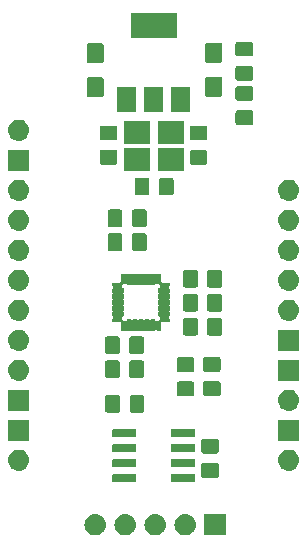
<source format=gts>
G04 #@! TF.GenerationSoftware,KiCad,Pcbnew,(5.1.4)-1*
G04 #@! TF.CreationDate,2020-10-29T21:44:13+08:00*
G04 #@! TF.ProjectId,custom_microcontroller,63757374-6f6d-45f6-9d69-63726f636f6e,rev?*
G04 #@! TF.SameCoordinates,Original*
G04 #@! TF.FileFunction,Soldermask,Top*
G04 #@! TF.FilePolarity,Negative*
%FSLAX46Y46*%
G04 Gerber Fmt 4.6, Leading zero omitted, Abs format (unit mm)*
G04 Created by KiCad (PCBNEW (5.1.4)-1) date 2020-10-29 21:44:13*
%MOMM*%
%LPD*%
G04 APERTURE LIST*
%ADD10C,0.100000*%
G04 APERTURE END LIST*
D10*
G36*
X144538000Y-152412000D02*
G01*
X142736000Y-152412000D01*
X142736000Y-150610000D01*
X144538000Y-150610000D01*
X144538000Y-152412000D01*
X144538000Y-152412000D01*
G37*
G36*
X141207442Y-150616518D02*
G01*
X141273627Y-150623037D01*
X141443466Y-150674557D01*
X141599991Y-150758222D01*
X141635729Y-150787552D01*
X141737186Y-150870814D01*
X141820448Y-150972271D01*
X141849778Y-151008009D01*
X141933443Y-151164534D01*
X141984963Y-151334373D01*
X142002359Y-151511000D01*
X141984963Y-151687627D01*
X141933443Y-151857466D01*
X141849778Y-152013991D01*
X141820448Y-152049729D01*
X141737186Y-152151186D01*
X141635729Y-152234448D01*
X141599991Y-152263778D01*
X141443466Y-152347443D01*
X141273627Y-152398963D01*
X141207442Y-152405482D01*
X141141260Y-152412000D01*
X141052740Y-152412000D01*
X140986558Y-152405482D01*
X140920373Y-152398963D01*
X140750534Y-152347443D01*
X140594009Y-152263778D01*
X140558271Y-152234448D01*
X140456814Y-152151186D01*
X140373552Y-152049729D01*
X140344222Y-152013991D01*
X140260557Y-151857466D01*
X140209037Y-151687627D01*
X140191641Y-151511000D01*
X140209037Y-151334373D01*
X140260557Y-151164534D01*
X140344222Y-151008009D01*
X140373552Y-150972271D01*
X140456814Y-150870814D01*
X140558271Y-150787552D01*
X140594009Y-150758222D01*
X140750534Y-150674557D01*
X140920373Y-150623037D01*
X140986558Y-150616518D01*
X141052740Y-150610000D01*
X141141260Y-150610000D01*
X141207442Y-150616518D01*
X141207442Y-150616518D01*
G37*
G36*
X138667442Y-150616518D02*
G01*
X138733627Y-150623037D01*
X138903466Y-150674557D01*
X139059991Y-150758222D01*
X139095729Y-150787552D01*
X139197186Y-150870814D01*
X139280448Y-150972271D01*
X139309778Y-151008009D01*
X139393443Y-151164534D01*
X139444963Y-151334373D01*
X139462359Y-151511000D01*
X139444963Y-151687627D01*
X139393443Y-151857466D01*
X139309778Y-152013991D01*
X139280448Y-152049729D01*
X139197186Y-152151186D01*
X139095729Y-152234448D01*
X139059991Y-152263778D01*
X138903466Y-152347443D01*
X138733627Y-152398963D01*
X138667442Y-152405482D01*
X138601260Y-152412000D01*
X138512740Y-152412000D01*
X138446558Y-152405482D01*
X138380373Y-152398963D01*
X138210534Y-152347443D01*
X138054009Y-152263778D01*
X138018271Y-152234448D01*
X137916814Y-152151186D01*
X137833552Y-152049729D01*
X137804222Y-152013991D01*
X137720557Y-151857466D01*
X137669037Y-151687627D01*
X137651641Y-151511000D01*
X137669037Y-151334373D01*
X137720557Y-151164534D01*
X137804222Y-151008009D01*
X137833552Y-150972271D01*
X137916814Y-150870814D01*
X138018271Y-150787552D01*
X138054009Y-150758222D01*
X138210534Y-150674557D01*
X138380373Y-150623037D01*
X138446558Y-150616518D01*
X138512740Y-150610000D01*
X138601260Y-150610000D01*
X138667442Y-150616518D01*
X138667442Y-150616518D01*
G37*
G36*
X133587442Y-150616518D02*
G01*
X133653627Y-150623037D01*
X133823466Y-150674557D01*
X133979991Y-150758222D01*
X134015729Y-150787552D01*
X134117186Y-150870814D01*
X134200448Y-150972271D01*
X134229778Y-151008009D01*
X134313443Y-151164534D01*
X134364963Y-151334373D01*
X134382359Y-151511000D01*
X134364963Y-151687627D01*
X134313443Y-151857466D01*
X134229778Y-152013991D01*
X134200448Y-152049729D01*
X134117186Y-152151186D01*
X134015729Y-152234448D01*
X133979991Y-152263778D01*
X133823466Y-152347443D01*
X133653627Y-152398963D01*
X133587442Y-152405482D01*
X133521260Y-152412000D01*
X133432740Y-152412000D01*
X133366558Y-152405482D01*
X133300373Y-152398963D01*
X133130534Y-152347443D01*
X132974009Y-152263778D01*
X132938271Y-152234448D01*
X132836814Y-152151186D01*
X132753552Y-152049729D01*
X132724222Y-152013991D01*
X132640557Y-151857466D01*
X132589037Y-151687627D01*
X132571641Y-151511000D01*
X132589037Y-151334373D01*
X132640557Y-151164534D01*
X132724222Y-151008009D01*
X132753552Y-150972271D01*
X132836814Y-150870814D01*
X132938271Y-150787552D01*
X132974009Y-150758222D01*
X133130534Y-150674557D01*
X133300373Y-150623037D01*
X133366558Y-150616518D01*
X133432740Y-150610000D01*
X133521260Y-150610000D01*
X133587442Y-150616518D01*
X133587442Y-150616518D01*
G37*
G36*
X136127442Y-150616518D02*
G01*
X136193627Y-150623037D01*
X136363466Y-150674557D01*
X136519991Y-150758222D01*
X136555729Y-150787552D01*
X136657186Y-150870814D01*
X136740448Y-150972271D01*
X136769778Y-151008009D01*
X136853443Y-151164534D01*
X136904963Y-151334373D01*
X136922359Y-151511000D01*
X136904963Y-151687627D01*
X136853443Y-151857466D01*
X136769778Y-152013991D01*
X136740448Y-152049729D01*
X136657186Y-152151186D01*
X136555729Y-152234448D01*
X136519991Y-152263778D01*
X136363466Y-152347443D01*
X136193627Y-152398963D01*
X136127442Y-152405482D01*
X136061260Y-152412000D01*
X135972740Y-152412000D01*
X135906558Y-152405482D01*
X135840373Y-152398963D01*
X135670534Y-152347443D01*
X135514009Y-152263778D01*
X135478271Y-152234448D01*
X135376814Y-152151186D01*
X135293552Y-152049729D01*
X135264222Y-152013991D01*
X135180557Y-151857466D01*
X135129037Y-151687627D01*
X135111641Y-151511000D01*
X135129037Y-151334373D01*
X135180557Y-151164534D01*
X135264222Y-151008009D01*
X135293552Y-150972271D01*
X135376814Y-150870814D01*
X135478271Y-150787552D01*
X135514009Y-150758222D01*
X135670534Y-150674557D01*
X135840373Y-150623037D01*
X135906558Y-150616518D01*
X135972740Y-150610000D01*
X136061260Y-150610000D01*
X136127442Y-150616518D01*
X136127442Y-150616518D01*
G37*
G36*
X136889928Y-147225764D02*
G01*
X136911009Y-147232160D01*
X136930445Y-147242548D01*
X136947476Y-147256524D01*
X136961452Y-147273555D01*
X136971840Y-147292991D01*
X136978236Y-147314072D01*
X136981000Y-147342140D01*
X136981000Y-147805860D01*
X136978236Y-147833928D01*
X136971840Y-147855009D01*
X136961452Y-147874445D01*
X136947476Y-147891476D01*
X136930445Y-147905452D01*
X136911009Y-147915840D01*
X136889928Y-147922236D01*
X136861860Y-147925000D01*
X135048140Y-147925000D01*
X135020072Y-147922236D01*
X134998991Y-147915840D01*
X134979555Y-147905452D01*
X134962524Y-147891476D01*
X134948548Y-147874445D01*
X134938160Y-147855009D01*
X134931764Y-147833928D01*
X134929000Y-147805860D01*
X134929000Y-147342140D01*
X134931764Y-147314072D01*
X134938160Y-147292991D01*
X134948548Y-147273555D01*
X134962524Y-147256524D01*
X134979555Y-147242548D01*
X134998991Y-147232160D01*
X135020072Y-147225764D01*
X135048140Y-147223000D01*
X136861860Y-147223000D01*
X136889928Y-147225764D01*
X136889928Y-147225764D01*
G37*
G36*
X141839928Y-147225764D02*
G01*
X141861009Y-147232160D01*
X141880445Y-147242548D01*
X141897476Y-147256524D01*
X141911452Y-147273555D01*
X141921840Y-147292991D01*
X141928236Y-147314072D01*
X141931000Y-147342140D01*
X141931000Y-147805860D01*
X141928236Y-147833928D01*
X141921840Y-147855009D01*
X141911452Y-147874445D01*
X141897476Y-147891476D01*
X141880445Y-147905452D01*
X141861009Y-147915840D01*
X141839928Y-147922236D01*
X141811860Y-147925000D01*
X139998140Y-147925000D01*
X139970072Y-147922236D01*
X139948991Y-147915840D01*
X139929555Y-147905452D01*
X139912524Y-147891476D01*
X139898548Y-147874445D01*
X139888160Y-147855009D01*
X139881764Y-147833928D01*
X139879000Y-147805860D01*
X139879000Y-147342140D01*
X139881764Y-147314072D01*
X139888160Y-147292991D01*
X139898548Y-147273555D01*
X139912524Y-147256524D01*
X139929555Y-147242548D01*
X139948991Y-147232160D01*
X139970072Y-147225764D01*
X139998140Y-147223000D01*
X141811860Y-147223000D01*
X141839928Y-147225764D01*
X141839928Y-147225764D01*
G37*
G36*
X143793874Y-146292065D02*
G01*
X143831567Y-146303499D01*
X143866303Y-146322066D01*
X143896748Y-146347052D01*
X143921734Y-146377497D01*
X143940301Y-146412233D01*
X143951735Y-146449926D01*
X143956200Y-146495261D01*
X143956200Y-147331939D01*
X143951735Y-147377274D01*
X143940301Y-147414967D01*
X143921734Y-147449703D01*
X143896748Y-147480148D01*
X143866303Y-147505134D01*
X143831567Y-147523701D01*
X143793874Y-147535135D01*
X143748539Y-147539600D01*
X142661861Y-147539600D01*
X142616526Y-147535135D01*
X142578833Y-147523701D01*
X142544097Y-147505134D01*
X142513652Y-147480148D01*
X142488666Y-147449703D01*
X142470099Y-147414967D01*
X142458665Y-147377274D01*
X142454200Y-147331939D01*
X142454200Y-146495261D01*
X142458665Y-146449926D01*
X142470099Y-146412233D01*
X142488666Y-146377497D01*
X142513652Y-146347052D01*
X142544097Y-146322066D01*
X142578833Y-146303499D01*
X142616526Y-146292065D01*
X142661861Y-146287600D01*
X143748539Y-146287600D01*
X143793874Y-146292065D01*
X143793874Y-146292065D01*
G37*
G36*
X149970443Y-145155519D02*
G01*
X150036627Y-145162037D01*
X150206466Y-145213557D01*
X150362991Y-145297222D01*
X150374909Y-145307003D01*
X150500186Y-145409814D01*
X150583448Y-145511271D01*
X150612778Y-145547009D01*
X150696443Y-145703534D01*
X150747963Y-145873373D01*
X150765359Y-146050000D01*
X150747963Y-146226627D01*
X150696443Y-146396466D01*
X150612778Y-146552991D01*
X150607212Y-146559773D01*
X150500186Y-146690186D01*
X150398729Y-146773448D01*
X150362991Y-146802778D01*
X150206466Y-146886443D01*
X150036627Y-146937963D01*
X149970442Y-146944482D01*
X149904260Y-146951000D01*
X149815740Y-146951000D01*
X149749558Y-146944482D01*
X149683373Y-146937963D01*
X149513534Y-146886443D01*
X149357009Y-146802778D01*
X149321271Y-146773448D01*
X149219814Y-146690186D01*
X149112788Y-146559773D01*
X149107222Y-146552991D01*
X149023557Y-146396466D01*
X148972037Y-146226627D01*
X148954641Y-146050000D01*
X148972037Y-145873373D01*
X149023557Y-145703534D01*
X149107222Y-145547009D01*
X149136552Y-145511271D01*
X149219814Y-145409814D01*
X149345091Y-145307003D01*
X149357009Y-145297222D01*
X149513534Y-145213557D01*
X149683373Y-145162037D01*
X149749557Y-145155519D01*
X149815740Y-145149000D01*
X149904260Y-145149000D01*
X149970443Y-145155519D01*
X149970443Y-145155519D01*
G37*
G36*
X127110443Y-145155519D02*
G01*
X127176627Y-145162037D01*
X127346466Y-145213557D01*
X127502991Y-145297222D01*
X127514909Y-145307003D01*
X127640186Y-145409814D01*
X127723448Y-145511271D01*
X127752778Y-145547009D01*
X127836443Y-145703534D01*
X127887963Y-145873373D01*
X127905359Y-146050000D01*
X127887963Y-146226627D01*
X127836443Y-146396466D01*
X127752778Y-146552991D01*
X127747212Y-146559773D01*
X127640186Y-146690186D01*
X127538729Y-146773448D01*
X127502991Y-146802778D01*
X127346466Y-146886443D01*
X127176627Y-146937963D01*
X127110442Y-146944482D01*
X127044260Y-146951000D01*
X126955740Y-146951000D01*
X126889558Y-146944482D01*
X126823373Y-146937963D01*
X126653534Y-146886443D01*
X126497009Y-146802778D01*
X126461271Y-146773448D01*
X126359814Y-146690186D01*
X126252788Y-146559773D01*
X126247222Y-146552991D01*
X126163557Y-146396466D01*
X126112037Y-146226627D01*
X126094641Y-146050000D01*
X126112037Y-145873373D01*
X126163557Y-145703534D01*
X126247222Y-145547009D01*
X126276552Y-145511271D01*
X126359814Y-145409814D01*
X126485091Y-145307003D01*
X126497009Y-145297222D01*
X126653534Y-145213557D01*
X126823373Y-145162037D01*
X126889557Y-145155519D01*
X126955740Y-145149000D01*
X127044260Y-145149000D01*
X127110443Y-145155519D01*
X127110443Y-145155519D01*
G37*
G36*
X136889928Y-145955764D02*
G01*
X136911009Y-145962160D01*
X136930445Y-145972548D01*
X136947476Y-145986524D01*
X136961452Y-146003555D01*
X136971840Y-146022991D01*
X136978236Y-146044072D01*
X136981000Y-146072140D01*
X136981000Y-146535860D01*
X136978236Y-146563928D01*
X136971840Y-146585009D01*
X136961452Y-146604445D01*
X136947476Y-146621476D01*
X136930445Y-146635452D01*
X136911009Y-146645840D01*
X136889928Y-146652236D01*
X136861860Y-146655000D01*
X135048140Y-146655000D01*
X135020072Y-146652236D01*
X134998991Y-146645840D01*
X134979555Y-146635452D01*
X134962524Y-146621476D01*
X134948548Y-146604445D01*
X134938160Y-146585009D01*
X134931764Y-146563928D01*
X134929000Y-146535860D01*
X134929000Y-146072140D01*
X134931764Y-146044072D01*
X134938160Y-146022991D01*
X134948548Y-146003555D01*
X134962524Y-145986524D01*
X134979555Y-145972548D01*
X134998991Y-145962160D01*
X135020072Y-145955764D01*
X135048140Y-145953000D01*
X136861860Y-145953000D01*
X136889928Y-145955764D01*
X136889928Y-145955764D01*
G37*
G36*
X141839928Y-145955764D02*
G01*
X141861009Y-145962160D01*
X141880445Y-145972548D01*
X141897476Y-145986524D01*
X141911452Y-146003555D01*
X141921840Y-146022991D01*
X141928236Y-146044072D01*
X141931000Y-146072140D01*
X141931000Y-146535860D01*
X141928236Y-146563928D01*
X141921840Y-146585009D01*
X141911452Y-146604445D01*
X141897476Y-146621476D01*
X141880445Y-146635452D01*
X141861009Y-146645840D01*
X141839928Y-146652236D01*
X141811860Y-146655000D01*
X139998140Y-146655000D01*
X139970072Y-146652236D01*
X139948991Y-146645840D01*
X139929555Y-146635452D01*
X139912524Y-146621476D01*
X139898548Y-146604445D01*
X139888160Y-146585009D01*
X139881764Y-146563928D01*
X139879000Y-146535860D01*
X139879000Y-146072140D01*
X139881764Y-146044072D01*
X139888160Y-146022991D01*
X139898548Y-146003555D01*
X139912524Y-145986524D01*
X139929555Y-145972548D01*
X139948991Y-145962160D01*
X139970072Y-145955764D01*
X139998140Y-145953000D01*
X141811860Y-145953000D01*
X141839928Y-145955764D01*
X141839928Y-145955764D01*
G37*
G36*
X143793874Y-144242065D02*
G01*
X143831567Y-144253499D01*
X143866303Y-144272066D01*
X143896748Y-144297052D01*
X143921734Y-144327497D01*
X143940301Y-144362233D01*
X143951735Y-144399926D01*
X143956200Y-144445261D01*
X143956200Y-145281939D01*
X143951735Y-145327274D01*
X143940301Y-145364967D01*
X143921734Y-145399703D01*
X143896748Y-145430148D01*
X143866303Y-145455134D01*
X143831567Y-145473701D01*
X143793874Y-145485135D01*
X143748539Y-145489600D01*
X142661861Y-145489600D01*
X142616526Y-145485135D01*
X142578833Y-145473701D01*
X142544097Y-145455134D01*
X142513652Y-145430148D01*
X142488666Y-145399703D01*
X142470099Y-145364967D01*
X142458665Y-145327274D01*
X142454200Y-145281939D01*
X142454200Y-144445261D01*
X142458665Y-144399926D01*
X142470099Y-144362233D01*
X142488666Y-144327497D01*
X142513652Y-144297052D01*
X142544097Y-144272066D01*
X142578833Y-144253499D01*
X142616526Y-144242065D01*
X142661861Y-144237600D01*
X143748539Y-144237600D01*
X143793874Y-144242065D01*
X143793874Y-144242065D01*
G37*
G36*
X141839928Y-144685764D02*
G01*
X141861009Y-144692160D01*
X141880445Y-144702548D01*
X141897476Y-144716524D01*
X141911452Y-144733555D01*
X141921840Y-144752991D01*
X141928236Y-144774072D01*
X141931000Y-144802140D01*
X141931000Y-145265860D01*
X141928236Y-145293928D01*
X141921840Y-145315009D01*
X141911452Y-145334445D01*
X141897476Y-145351476D01*
X141880445Y-145365452D01*
X141861009Y-145375840D01*
X141839928Y-145382236D01*
X141811860Y-145385000D01*
X139998140Y-145385000D01*
X139970072Y-145382236D01*
X139948991Y-145375840D01*
X139929555Y-145365452D01*
X139912524Y-145351476D01*
X139898548Y-145334445D01*
X139888160Y-145315009D01*
X139881764Y-145293928D01*
X139879000Y-145265860D01*
X139879000Y-144802140D01*
X139881764Y-144774072D01*
X139888160Y-144752991D01*
X139898548Y-144733555D01*
X139912524Y-144716524D01*
X139929555Y-144702548D01*
X139948991Y-144692160D01*
X139970072Y-144685764D01*
X139998140Y-144683000D01*
X141811860Y-144683000D01*
X141839928Y-144685764D01*
X141839928Y-144685764D01*
G37*
G36*
X136889928Y-144685764D02*
G01*
X136911009Y-144692160D01*
X136930445Y-144702548D01*
X136947476Y-144716524D01*
X136961452Y-144733555D01*
X136971840Y-144752991D01*
X136978236Y-144774072D01*
X136981000Y-144802140D01*
X136981000Y-145265860D01*
X136978236Y-145293928D01*
X136971840Y-145315009D01*
X136961452Y-145334445D01*
X136947476Y-145351476D01*
X136930445Y-145365452D01*
X136911009Y-145375840D01*
X136889928Y-145382236D01*
X136861860Y-145385000D01*
X135048140Y-145385000D01*
X135020072Y-145382236D01*
X134998991Y-145375840D01*
X134979555Y-145365452D01*
X134962524Y-145351476D01*
X134948548Y-145334445D01*
X134938160Y-145315009D01*
X134931764Y-145293928D01*
X134929000Y-145265860D01*
X134929000Y-144802140D01*
X134931764Y-144774072D01*
X134938160Y-144752991D01*
X134948548Y-144733555D01*
X134962524Y-144716524D01*
X134979555Y-144702548D01*
X134998991Y-144692160D01*
X135020072Y-144685764D01*
X135048140Y-144683000D01*
X136861860Y-144683000D01*
X136889928Y-144685764D01*
X136889928Y-144685764D01*
G37*
G36*
X150761000Y-144411000D02*
G01*
X148959000Y-144411000D01*
X148959000Y-142609000D01*
X150761000Y-142609000D01*
X150761000Y-144411000D01*
X150761000Y-144411000D01*
G37*
G36*
X127901000Y-144411000D02*
G01*
X126099000Y-144411000D01*
X126099000Y-142609000D01*
X127901000Y-142609000D01*
X127901000Y-144411000D01*
X127901000Y-144411000D01*
G37*
G36*
X141839928Y-143415764D02*
G01*
X141861009Y-143422160D01*
X141880445Y-143432548D01*
X141897476Y-143446524D01*
X141911452Y-143463555D01*
X141921840Y-143482991D01*
X141928236Y-143504072D01*
X141931000Y-143532140D01*
X141931000Y-143995860D01*
X141928236Y-144023928D01*
X141921840Y-144045009D01*
X141911452Y-144064445D01*
X141897476Y-144081476D01*
X141880445Y-144095452D01*
X141861009Y-144105840D01*
X141839928Y-144112236D01*
X141811860Y-144115000D01*
X139998140Y-144115000D01*
X139970072Y-144112236D01*
X139948991Y-144105840D01*
X139929555Y-144095452D01*
X139912524Y-144081476D01*
X139898548Y-144064445D01*
X139888160Y-144045009D01*
X139881764Y-144023928D01*
X139879000Y-143995860D01*
X139879000Y-143532140D01*
X139881764Y-143504072D01*
X139888160Y-143482991D01*
X139898548Y-143463555D01*
X139912524Y-143446524D01*
X139929555Y-143432548D01*
X139948991Y-143422160D01*
X139970072Y-143415764D01*
X139998140Y-143413000D01*
X141811860Y-143413000D01*
X141839928Y-143415764D01*
X141839928Y-143415764D01*
G37*
G36*
X136889928Y-143415764D02*
G01*
X136911009Y-143422160D01*
X136930445Y-143432548D01*
X136947476Y-143446524D01*
X136961452Y-143463555D01*
X136971840Y-143482991D01*
X136978236Y-143504072D01*
X136981000Y-143532140D01*
X136981000Y-143995860D01*
X136978236Y-144023928D01*
X136971840Y-144045009D01*
X136961452Y-144064445D01*
X136947476Y-144081476D01*
X136930445Y-144095452D01*
X136911009Y-144105840D01*
X136889928Y-144112236D01*
X136861860Y-144115000D01*
X135048140Y-144115000D01*
X135020072Y-144112236D01*
X134998991Y-144105840D01*
X134979555Y-144095452D01*
X134962524Y-144081476D01*
X134948548Y-144064445D01*
X134938160Y-144045009D01*
X134931764Y-144023928D01*
X134929000Y-143995860D01*
X134929000Y-143532140D01*
X134931764Y-143504072D01*
X134938160Y-143482991D01*
X134948548Y-143463555D01*
X134962524Y-143446524D01*
X134979555Y-143432548D01*
X134998991Y-143422160D01*
X135020072Y-143415764D01*
X135048140Y-143413000D01*
X136861860Y-143413000D01*
X136889928Y-143415764D01*
X136889928Y-143415764D01*
G37*
G36*
X135430274Y-140528265D02*
G01*
X135467967Y-140539699D01*
X135502703Y-140558266D01*
X135533148Y-140583252D01*
X135558134Y-140613697D01*
X135576701Y-140648433D01*
X135588135Y-140686126D01*
X135592600Y-140731461D01*
X135592600Y-141818139D01*
X135588135Y-141863474D01*
X135576701Y-141901167D01*
X135558134Y-141935903D01*
X135533148Y-141966348D01*
X135502703Y-141991334D01*
X135467967Y-142009901D01*
X135430274Y-142021335D01*
X135384939Y-142025800D01*
X134548261Y-142025800D01*
X134502926Y-142021335D01*
X134465233Y-142009901D01*
X134430497Y-141991334D01*
X134400052Y-141966348D01*
X134375066Y-141935903D01*
X134356499Y-141901167D01*
X134345065Y-141863474D01*
X134340600Y-141818139D01*
X134340600Y-140731461D01*
X134345065Y-140686126D01*
X134356499Y-140648433D01*
X134375066Y-140613697D01*
X134400052Y-140583252D01*
X134430497Y-140558266D01*
X134465233Y-140539699D01*
X134502926Y-140528265D01*
X134548261Y-140523800D01*
X135384939Y-140523800D01*
X135430274Y-140528265D01*
X135430274Y-140528265D01*
G37*
G36*
X137480274Y-140528265D02*
G01*
X137517967Y-140539699D01*
X137552703Y-140558266D01*
X137583148Y-140583252D01*
X137608134Y-140613697D01*
X137626701Y-140648433D01*
X137638135Y-140686126D01*
X137642600Y-140731461D01*
X137642600Y-141818139D01*
X137638135Y-141863474D01*
X137626701Y-141901167D01*
X137608134Y-141935903D01*
X137583148Y-141966348D01*
X137552703Y-141991334D01*
X137517967Y-142009901D01*
X137480274Y-142021335D01*
X137434939Y-142025800D01*
X136598261Y-142025800D01*
X136552926Y-142021335D01*
X136515233Y-142009901D01*
X136480497Y-141991334D01*
X136450052Y-141966348D01*
X136425066Y-141935903D01*
X136406499Y-141901167D01*
X136395065Y-141863474D01*
X136390600Y-141818139D01*
X136390600Y-140731461D01*
X136395065Y-140686126D01*
X136406499Y-140648433D01*
X136425066Y-140613697D01*
X136450052Y-140583252D01*
X136480497Y-140558266D01*
X136515233Y-140539699D01*
X136552926Y-140528265D01*
X136598261Y-140523800D01*
X137434939Y-140523800D01*
X137480274Y-140528265D01*
X137480274Y-140528265D01*
G37*
G36*
X127901000Y-141871000D02*
G01*
X126099000Y-141871000D01*
X126099000Y-140069000D01*
X127901000Y-140069000D01*
X127901000Y-141871000D01*
X127901000Y-141871000D01*
G37*
G36*
X149970443Y-140075519D02*
G01*
X150036627Y-140082037D01*
X150206466Y-140133557D01*
X150362991Y-140217222D01*
X150398729Y-140246552D01*
X150500186Y-140329814D01*
X150576775Y-140423139D01*
X150612778Y-140467009D01*
X150696443Y-140623534D01*
X150747963Y-140793373D01*
X150765359Y-140970000D01*
X150747963Y-141146627D01*
X150696443Y-141316466D01*
X150612778Y-141472991D01*
X150583448Y-141508729D01*
X150500186Y-141610186D01*
X150398729Y-141693448D01*
X150362991Y-141722778D01*
X150206466Y-141806443D01*
X150036627Y-141857963D01*
X149980672Y-141863474D01*
X149904260Y-141871000D01*
X149815740Y-141871000D01*
X149739328Y-141863474D01*
X149683373Y-141857963D01*
X149513534Y-141806443D01*
X149357009Y-141722778D01*
X149321271Y-141693448D01*
X149219814Y-141610186D01*
X149136552Y-141508729D01*
X149107222Y-141472991D01*
X149023557Y-141316466D01*
X148972037Y-141146627D01*
X148954641Y-140970000D01*
X148972037Y-140793373D01*
X149023557Y-140623534D01*
X149107222Y-140467009D01*
X149143225Y-140423139D01*
X149219814Y-140329814D01*
X149321271Y-140246552D01*
X149357009Y-140217222D01*
X149513534Y-140133557D01*
X149683373Y-140082037D01*
X149749557Y-140075519D01*
X149815740Y-140069000D01*
X149904260Y-140069000D01*
X149970443Y-140075519D01*
X149970443Y-140075519D01*
G37*
G36*
X141721969Y-139383265D02*
G01*
X141759662Y-139394699D01*
X141794398Y-139413266D01*
X141824843Y-139438252D01*
X141849829Y-139468697D01*
X141868396Y-139503433D01*
X141879830Y-139541126D01*
X141884295Y-139586461D01*
X141884295Y-140423139D01*
X141879830Y-140468474D01*
X141868396Y-140506167D01*
X141849829Y-140540903D01*
X141824843Y-140571348D01*
X141794398Y-140596334D01*
X141759662Y-140614901D01*
X141721969Y-140626335D01*
X141676634Y-140630800D01*
X140589956Y-140630800D01*
X140544621Y-140626335D01*
X140506928Y-140614901D01*
X140472192Y-140596334D01*
X140441747Y-140571348D01*
X140416761Y-140540903D01*
X140398194Y-140506167D01*
X140386760Y-140468474D01*
X140382295Y-140423139D01*
X140382295Y-139586461D01*
X140386760Y-139541126D01*
X140398194Y-139503433D01*
X140416761Y-139468697D01*
X140441747Y-139438252D01*
X140472192Y-139413266D01*
X140506928Y-139394699D01*
X140544621Y-139383265D01*
X140589956Y-139378800D01*
X141676634Y-139378800D01*
X141721969Y-139383265D01*
X141721969Y-139383265D01*
G37*
G36*
X143944468Y-139372370D02*
G01*
X143982161Y-139383804D01*
X144016897Y-139402371D01*
X144047342Y-139427357D01*
X144072328Y-139457802D01*
X144090895Y-139492538D01*
X144102329Y-139530231D01*
X144106794Y-139575566D01*
X144106794Y-140412244D01*
X144102329Y-140457579D01*
X144090895Y-140495272D01*
X144072328Y-140530008D01*
X144047342Y-140560453D01*
X144016897Y-140585439D01*
X143982161Y-140604006D01*
X143944468Y-140615440D01*
X143899133Y-140619905D01*
X142812455Y-140619905D01*
X142767120Y-140615440D01*
X142729427Y-140604006D01*
X142694691Y-140585439D01*
X142664246Y-140560453D01*
X142639260Y-140530008D01*
X142620693Y-140495272D01*
X142609259Y-140457579D01*
X142604794Y-140412244D01*
X142604794Y-139575566D01*
X142609259Y-139530231D01*
X142620693Y-139492538D01*
X142639260Y-139457802D01*
X142664246Y-139427357D01*
X142694691Y-139402371D01*
X142729427Y-139383804D01*
X142767120Y-139372370D01*
X142812455Y-139367905D01*
X143899133Y-139367905D01*
X143944468Y-139372370D01*
X143944468Y-139372370D01*
G37*
G36*
X150761000Y-139331000D02*
G01*
X148959000Y-139331000D01*
X148959000Y-137529000D01*
X150761000Y-137529000D01*
X150761000Y-139331000D01*
X150761000Y-139331000D01*
G37*
G36*
X127110443Y-137535519D02*
G01*
X127176627Y-137542037D01*
X127346466Y-137593557D01*
X127502991Y-137677222D01*
X127512941Y-137685388D01*
X127640186Y-137789814D01*
X127712428Y-137877843D01*
X127752778Y-137927009D01*
X127836443Y-138083534D01*
X127887963Y-138253373D01*
X127905359Y-138430000D01*
X127887963Y-138606627D01*
X127836443Y-138776466D01*
X127752778Y-138932991D01*
X127742640Y-138945344D01*
X127640186Y-139070186D01*
X127538729Y-139153448D01*
X127502991Y-139182778D01*
X127346466Y-139266443D01*
X127176627Y-139317963D01*
X127110443Y-139324481D01*
X127044260Y-139331000D01*
X126955740Y-139331000D01*
X126889557Y-139324481D01*
X126823373Y-139317963D01*
X126653534Y-139266443D01*
X126497009Y-139182778D01*
X126461271Y-139153448D01*
X126359814Y-139070186D01*
X126257360Y-138945344D01*
X126247222Y-138932991D01*
X126163557Y-138776466D01*
X126112037Y-138606627D01*
X126094641Y-138430000D01*
X126112037Y-138253373D01*
X126163557Y-138083534D01*
X126247222Y-137927009D01*
X126287572Y-137877843D01*
X126359814Y-137789814D01*
X126487059Y-137685388D01*
X126497009Y-137677222D01*
X126653534Y-137593557D01*
X126823373Y-137542037D01*
X126889557Y-137535519D01*
X126955740Y-137529000D01*
X127044260Y-137529000D01*
X127110443Y-137535519D01*
X127110443Y-137535519D01*
G37*
G36*
X135403963Y-137610135D02*
G01*
X135441656Y-137621569D01*
X135476392Y-137640136D01*
X135506837Y-137665122D01*
X135531823Y-137695567D01*
X135550390Y-137730303D01*
X135561824Y-137767996D01*
X135566289Y-137813331D01*
X135566289Y-138900009D01*
X135561824Y-138945344D01*
X135550390Y-138983037D01*
X135531823Y-139017773D01*
X135506837Y-139048218D01*
X135476392Y-139073204D01*
X135441656Y-139091771D01*
X135403963Y-139103205D01*
X135358628Y-139107670D01*
X134521950Y-139107670D01*
X134476615Y-139103205D01*
X134438922Y-139091771D01*
X134404186Y-139073204D01*
X134373741Y-139048218D01*
X134348755Y-139017773D01*
X134330188Y-138983037D01*
X134318754Y-138945344D01*
X134314289Y-138900009D01*
X134314289Y-137813331D01*
X134318754Y-137767996D01*
X134330188Y-137730303D01*
X134348755Y-137695567D01*
X134373741Y-137665122D01*
X134404186Y-137640136D01*
X134438922Y-137621569D01*
X134476615Y-137610135D01*
X134521950Y-137605670D01*
X135358628Y-137605670D01*
X135403963Y-137610135D01*
X135403963Y-137610135D01*
G37*
G36*
X137453963Y-137610135D02*
G01*
X137491656Y-137621569D01*
X137526392Y-137640136D01*
X137556837Y-137665122D01*
X137581823Y-137695567D01*
X137600390Y-137730303D01*
X137611824Y-137767996D01*
X137616289Y-137813331D01*
X137616289Y-138900009D01*
X137611824Y-138945344D01*
X137600390Y-138983037D01*
X137581823Y-139017773D01*
X137556837Y-139048218D01*
X137526392Y-139073204D01*
X137491656Y-139091771D01*
X137453963Y-139103205D01*
X137408628Y-139107670D01*
X136571950Y-139107670D01*
X136526615Y-139103205D01*
X136488922Y-139091771D01*
X136454186Y-139073204D01*
X136423741Y-139048218D01*
X136398755Y-139017773D01*
X136380188Y-138983037D01*
X136368754Y-138945344D01*
X136364289Y-138900009D01*
X136364289Y-137813331D01*
X136368754Y-137767996D01*
X136380188Y-137730303D01*
X136398755Y-137695567D01*
X136423741Y-137665122D01*
X136454186Y-137640136D01*
X136488922Y-137621569D01*
X136526615Y-137610135D01*
X136571950Y-137605670D01*
X137408628Y-137605670D01*
X137453963Y-137610135D01*
X137453963Y-137610135D01*
G37*
G36*
X141721969Y-137333265D02*
G01*
X141759662Y-137344699D01*
X141794398Y-137363266D01*
X141824843Y-137388252D01*
X141849829Y-137418697D01*
X141868396Y-137453433D01*
X141879830Y-137491126D01*
X141884295Y-137536461D01*
X141884295Y-138373139D01*
X141879830Y-138418474D01*
X141868396Y-138456167D01*
X141849829Y-138490903D01*
X141824843Y-138521348D01*
X141794398Y-138546334D01*
X141759662Y-138564901D01*
X141721969Y-138576335D01*
X141676634Y-138580800D01*
X140589956Y-138580800D01*
X140544621Y-138576335D01*
X140506928Y-138564901D01*
X140472192Y-138546334D01*
X140441747Y-138521348D01*
X140416761Y-138490903D01*
X140398194Y-138456167D01*
X140386760Y-138418474D01*
X140382295Y-138373139D01*
X140382295Y-137536461D01*
X140386760Y-137491126D01*
X140398194Y-137453433D01*
X140416761Y-137418697D01*
X140441747Y-137388252D01*
X140472192Y-137363266D01*
X140506928Y-137344699D01*
X140544621Y-137333265D01*
X140589956Y-137328800D01*
X141676634Y-137328800D01*
X141721969Y-137333265D01*
X141721969Y-137333265D01*
G37*
G36*
X143944468Y-137322370D02*
G01*
X143982161Y-137333804D01*
X144016897Y-137352371D01*
X144047342Y-137377357D01*
X144072328Y-137407802D01*
X144090895Y-137442538D01*
X144102329Y-137480231D01*
X144106794Y-137525566D01*
X144106794Y-138362244D01*
X144102329Y-138407579D01*
X144090895Y-138445272D01*
X144072328Y-138480008D01*
X144047342Y-138510453D01*
X144016897Y-138535439D01*
X143982161Y-138554006D01*
X143944468Y-138565440D01*
X143899133Y-138569905D01*
X142812455Y-138569905D01*
X142767120Y-138565440D01*
X142729427Y-138554006D01*
X142694691Y-138535439D01*
X142664246Y-138510453D01*
X142639260Y-138480008D01*
X142620693Y-138445272D01*
X142609259Y-138407579D01*
X142604794Y-138362244D01*
X142604794Y-137525566D01*
X142609259Y-137480231D01*
X142620693Y-137442538D01*
X142639260Y-137407802D01*
X142664246Y-137377357D01*
X142694691Y-137352371D01*
X142729427Y-137333804D01*
X142767120Y-137322370D01*
X142812455Y-137317905D01*
X143899133Y-137317905D01*
X143944468Y-137322370D01*
X143944468Y-137322370D01*
G37*
G36*
X137453963Y-135578135D02*
G01*
X137491656Y-135589569D01*
X137526392Y-135608136D01*
X137556837Y-135633122D01*
X137581823Y-135663567D01*
X137600390Y-135698303D01*
X137611824Y-135735996D01*
X137616289Y-135781331D01*
X137616289Y-136868009D01*
X137611824Y-136913344D01*
X137600390Y-136951037D01*
X137581823Y-136985773D01*
X137556837Y-137016218D01*
X137526392Y-137041204D01*
X137491656Y-137059771D01*
X137453963Y-137071205D01*
X137408628Y-137075670D01*
X136571950Y-137075670D01*
X136526615Y-137071205D01*
X136488922Y-137059771D01*
X136454186Y-137041204D01*
X136423741Y-137016218D01*
X136398755Y-136985773D01*
X136380188Y-136951037D01*
X136368754Y-136913344D01*
X136364289Y-136868009D01*
X136364289Y-135781331D01*
X136368754Y-135735996D01*
X136380188Y-135698303D01*
X136398755Y-135663567D01*
X136423741Y-135633122D01*
X136454186Y-135608136D01*
X136488922Y-135589569D01*
X136526615Y-135578135D01*
X136571950Y-135573670D01*
X137408628Y-135573670D01*
X137453963Y-135578135D01*
X137453963Y-135578135D01*
G37*
G36*
X135403963Y-135578135D02*
G01*
X135441656Y-135589569D01*
X135476392Y-135608136D01*
X135506837Y-135633122D01*
X135531823Y-135663567D01*
X135550390Y-135698303D01*
X135561824Y-135735996D01*
X135566289Y-135781331D01*
X135566289Y-136868009D01*
X135561824Y-136913344D01*
X135550390Y-136951037D01*
X135531823Y-136985773D01*
X135506837Y-137016218D01*
X135476392Y-137041204D01*
X135441656Y-137059771D01*
X135403963Y-137071205D01*
X135358628Y-137075670D01*
X134521950Y-137075670D01*
X134476615Y-137071205D01*
X134438922Y-137059771D01*
X134404186Y-137041204D01*
X134373741Y-137016218D01*
X134348755Y-136985773D01*
X134330188Y-136951037D01*
X134318754Y-136913344D01*
X134314289Y-136868009D01*
X134314289Y-135781331D01*
X134318754Y-135735996D01*
X134330188Y-135698303D01*
X134348755Y-135663567D01*
X134373741Y-135633122D01*
X134404186Y-135608136D01*
X134438922Y-135589569D01*
X134476615Y-135578135D01*
X134521950Y-135573670D01*
X135358628Y-135573670D01*
X135403963Y-135578135D01*
X135403963Y-135578135D01*
G37*
G36*
X150761000Y-136791000D02*
G01*
X148959000Y-136791000D01*
X148959000Y-134989000D01*
X150761000Y-134989000D01*
X150761000Y-136791000D01*
X150761000Y-136791000D01*
G37*
G36*
X127110442Y-134995518D02*
G01*
X127176627Y-135002037D01*
X127346466Y-135053557D01*
X127346468Y-135053558D01*
X127379468Y-135071197D01*
X127502991Y-135137222D01*
X127538729Y-135166552D01*
X127640186Y-135249814D01*
X127714628Y-135340523D01*
X127752778Y-135387009D01*
X127836443Y-135543534D01*
X127887963Y-135713373D01*
X127905359Y-135890000D01*
X127887963Y-136066627D01*
X127836443Y-136236466D01*
X127752778Y-136392991D01*
X127723448Y-136428729D01*
X127640186Y-136530186D01*
X127538729Y-136613448D01*
X127502991Y-136642778D01*
X127346466Y-136726443D01*
X127176627Y-136777963D01*
X127110442Y-136784482D01*
X127044260Y-136791000D01*
X126955740Y-136791000D01*
X126889558Y-136784482D01*
X126823373Y-136777963D01*
X126653534Y-136726443D01*
X126497009Y-136642778D01*
X126461271Y-136613448D01*
X126359814Y-136530186D01*
X126276552Y-136428729D01*
X126247222Y-136392991D01*
X126163557Y-136236466D01*
X126112037Y-136066627D01*
X126094641Y-135890000D01*
X126112037Y-135713373D01*
X126163557Y-135543534D01*
X126247222Y-135387009D01*
X126285372Y-135340523D01*
X126359814Y-135249814D01*
X126461271Y-135166552D01*
X126497009Y-135137222D01*
X126620532Y-135071197D01*
X126653532Y-135053558D01*
X126653534Y-135053557D01*
X126823373Y-135002037D01*
X126889558Y-134995518D01*
X126955740Y-134989000D01*
X127044260Y-134989000D01*
X127110442Y-134995518D01*
X127110442Y-134995518D01*
G37*
G36*
X142012480Y-134011005D02*
G01*
X142050173Y-134022439D01*
X142084909Y-134041006D01*
X142115354Y-134065992D01*
X142140340Y-134096437D01*
X142158907Y-134131173D01*
X142170341Y-134168866D01*
X142174806Y-134214201D01*
X142174806Y-135300879D01*
X142170341Y-135346214D01*
X142158907Y-135383907D01*
X142140340Y-135418643D01*
X142115354Y-135449088D01*
X142084909Y-135474074D01*
X142050173Y-135492641D01*
X142012480Y-135504075D01*
X141967145Y-135508540D01*
X141130467Y-135508540D01*
X141085132Y-135504075D01*
X141047439Y-135492641D01*
X141012703Y-135474074D01*
X140982258Y-135449088D01*
X140957272Y-135418643D01*
X140938705Y-135383907D01*
X140927271Y-135346214D01*
X140922806Y-135300879D01*
X140922806Y-134214201D01*
X140927271Y-134168866D01*
X140938705Y-134131173D01*
X140957272Y-134096437D01*
X140982258Y-134065992D01*
X141012703Y-134041006D01*
X141047439Y-134022439D01*
X141085132Y-134011005D01*
X141130467Y-134006540D01*
X141967145Y-134006540D01*
X142012480Y-134011005D01*
X142012480Y-134011005D01*
G37*
G36*
X144062480Y-134011005D02*
G01*
X144100173Y-134022439D01*
X144134909Y-134041006D01*
X144165354Y-134065992D01*
X144190340Y-134096437D01*
X144208907Y-134131173D01*
X144220341Y-134168866D01*
X144224806Y-134214201D01*
X144224806Y-135300879D01*
X144220341Y-135346214D01*
X144208907Y-135383907D01*
X144190340Y-135418643D01*
X144165354Y-135449088D01*
X144134909Y-135474074D01*
X144100173Y-135492641D01*
X144062480Y-135504075D01*
X144017145Y-135508540D01*
X143180467Y-135508540D01*
X143135132Y-135504075D01*
X143097439Y-135492641D01*
X143062703Y-135474074D01*
X143032258Y-135449088D01*
X143007272Y-135418643D01*
X142988705Y-135383907D01*
X142977271Y-135346214D01*
X142972806Y-135300879D01*
X142972806Y-134214201D01*
X142977271Y-134168866D01*
X142988705Y-134131173D01*
X143007272Y-134096437D01*
X143032258Y-134065992D01*
X143062703Y-134041006D01*
X143097439Y-134022439D01*
X143135132Y-134011005D01*
X143180467Y-134006540D01*
X144017145Y-134006540D01*
X144062480Y-134011005D01*
X144062480Y-134011005D01*
G37*
G36*
X135951080Y-130263286D02*
G01*
X135971194Y-130267286D01*
X135975285Y-130268981D01*
X135975293Y-130268983D01*
X135984581Y-130272830D01*
X135984590Y-130272835D01*
X135988680Y-130274529D01*
X136004392Y-130285027D01*
X136005516Y-130286151D01*
X136024458Y-130301696D01*
X136046069Y-130313247D01*
X136069518Y-130320360D01*
X136093904Y-130322762D01*
X136118290Y-130320360D01*
X136141739Y-130313247D01*
X136163350Y-130301696D01*
X136182292Y-130286151D01*
X136190531Y-130277060D01*
X136195097Y-130271496D01*
X136198869Y-130268400D01*
X136203171Y-130266101D01*
X136207845Y-130264683D01*
X136218841Y-130263600D01*
X136507559Y-130263600D01*
X136518555Y-130264683D01*
X136523229Y-130266101D01*
X136527530Y-130268400D01*
X136533902Y-130273629D01*
X136554276Y-130287243D01*
X136576915Y-130296620D01*
X136600949Y-130301400D01*
X136625453Y-130301400D01*
X136649486Y-130296619D01*
X136672125Y-130287242D01*
X136692498Y-130273629D01*
X136698870Y-130268400D01*
X136703171Y-130266101D01*
X136707845Y-130264683D01*
X136718841Y-130263600D01*
X137007559Y-130263600D01*
X137018555Y-130264683D01*
X137023229Y-130266101D01*
X137027530Y-130268400D01*
X137033902Y-130273629D01*
X137054276Y-130287243D01*
X137076915Y-130296620D01*
X137100949Y-130301400D01*
X137125453Y-130301400D01*
X137149486Y-130296619D01*
X137172125Y-130287242D01*
X137192498Y-130273629D01*
X137198870Y-130268400D01*
X137203171Y-130266101D01*
X137207845Y-130264683D01*
X137218841Y-130263600D01*
X137507559Y-130263600D01*
X137518555Y-130264683D01*
X137523229Y-130266101D01*
X137527530Y-130268400D01*
X137533902Y-130273629D01*
X137554276Y-130287243D01*
X137576915Y-130296620D01*
X137600949Y-130301400D01*
X137625453Y-130301400D01*
X137649486Y-130296619D01*
X137672125Y-130287242D01*
X137692498Y-130273629D01*
X137698870Y-130268400D01*
X137703171Y-130266101D01*
X137707845Y-130264683D01*
X137718841Y-130263600D01*
X138007559Y-130263600D01*
X138018555Y-130264683D01*
X138023229Y-130266101D01*
X138027530Y-130268400D01*
X138033902Y-130273629D01*
X138054276Y-130287243D01*
X138076915Y-130296620D01*
X138100949Y-130301400D01*
X138125453Y-130301400D01*
X138149486Y-130296619D01*
X138172125Y-130287242D01*
X138192498Y-130273629D01*
X138198870Y-130268400D01*
X138203171Y-130266101D01*
X138207845Y-130264683D01*
X138218841Y-130263600D01*
X138507559Y-130263600D01*
X138518555Y-130264683D01*
X138523229Y-130266101D01*
X138527531Y-130268400D01*
X138531303Y-130271496D01*
X138535869Y-130277060D01*
X138553196Y-130294387D01*
X138573570Y-130308001D01*
X138596208Y-130317379D01*
X138620242Y-130322160D01*
X138644746Y-130322160D01*
X138668779Y-130317380D01*
X138691418Y-130308003D01*
X138711793Y-130294390D01*
X138720884Y-130286151D01*
X138722008Y-130285027D01*
X138737720Y-130274529D01*
X138741810Y-130272835D01*
X138741819Y-130272830D01*
X138751107Y-130268983D01*
X138751115Y-130268981D01*
X138755206Y-130267286D01*
X138775320Y-130263286D01*
X138786261Y-130262748D01*
X138940139Y-130262748D01*
X138951080Y-130263286D01*
X138971194Y-130267286D01*
X138975285Y-130268981D01*
X138975293Y-130268983D01*
X138984581Y-130272830D01*
X138984590Y-130272835D01*
X138988680Y-130274529D01*
X139004392Y-130285027D01*
X139017773Y-130298408D01*
X139028271Y-130314120D01*
X139029965Y-130318210D01*
X139029970Y-130318219D01*
X139033817Y-130327507D01*
X139033819Y-130327515D01*
X139035514Y-130331606D01*
X139039514Y-130351720D01*
X139040052Y-130362661D01*
X139040052Y-130887749D01*
X139042454Y-130912135D01*
X139049567Y-130935584D01*
X139061118Y-130957195D01*
X139076663Y-130976137D01*
X139095605Y-130991682D01*
X139117216Y-131003233D01*
X139140665Y-131010346D01*
X139165051Y-131012748D01*
X139690139Y-131012748D01*
X139701080Y-131013286D01*
X139721194Y-131017286D01*
X139725285Y-131018981D01*
X139725293Y-131018983D01*
X139734581Y-131022830D01*
X139734590Y-131022835D01*
X139738680Y-131024529D01*
X139754392Y-131035027D01*
X139767773Y-131048408D01*
X139778271Y-131064120D01*
X139779965Y-131068210D01*
X139779970Y-131068219D01*
X139783817Y-131077507D01*
X139783819Y-131077515D01*
X139785514Y-131081606D01*
X139789514Y-131101720D01*
X139790052Y-131112661D01*
X139790052Y-131266539D01*
X139789514Y-131277480D01*
X139785514Y-131297594D01*
X139783819Y-131301685D01*
X139783817Y-131301693D01*
X139779970Y-131310981D01*
X139779965Y-131310990D01*
X139778271Y-131315080D01*
X139767773Y-131330792D01*
X139766649Y-131331916D01*
X139751104Y-131350858D01*
X139739553Y-131372469D01*
X139732440Y-131395918D01*
X139730038Y-131420304D01*
X139732440Y-131444690D01*
X139739553Y-131468139D01*
X139751104Y-131489750D01*
X139766649Y-131508692D01*
X139775740Y-131516931D01*
X139781304Y-131521497D01*
X139784400Y-131525269D01*
X139786699Y-131529571D01*
X139788117Y-131534245D01*
X139789200Y-131545241D01*
X139789200Y-131833959D01*
X139788117Y-131844955D01*
X139786699Y-131849629D01*
X139784400Y-131853930D01*
X139779171Y-131860302D01*
X139765557Y-131880676D01*
X139756180Y-131903315D01*
X139751400Y-131927349D01*
X139751400Y-131951853D01*
X139756181Y-131975886D01*
X139765558Y-131998525D01*
X139779171Y-132018898D01*
X139784400Y-132025270D01*
X139786699Y-132029571D01*
X139788117Y-132034245D01*
X139789200Y-132045241D01*
X139789200Y-132333959D01*
X139788117Y-132344955D01*
X139786699Y-132349629D01*
X139784400Y-132353930D01*
X139779171Y-132360302D01*
X139765557Y-132380676D01*
X139756180Y-132403315D01*
X139751400Y-132427349D01*
X139751400Y-132451853D01*
X139756181Y-132475886D01*
X139765558Y-132498525D01*
X139779171Y-132518898D01*
X139784400Y-132525270D01*
X139786699Y-132529571D01*
X139788117Y-132534245D01*
X139789200Y-132545241D01*
X139789200Y-132833959D01*
X139788117Y-132844955D01*
X139786699Y-132849629D01*
X139784400Y-132853930D01*
X139779171Y-132860302D01*
X139765557Y-132880676D01*
X139756180Y-132903315D01*
X139751400Y-132927349D01*
X139751400Y-132951853D01*
X139756181Y-132975886D01*
X139765558Y-132998525D01*
X139779171Y-133018898D01*
X139784400Y-133025270D01*
X139786699Y-133029571D01*
X139788117Y-133034245D01*
X139789200Y-133045241D01*
X139789200Y-133333959D01*
X139788117Y-133344955D01*
X139786699Y-133349629D01*
X139784400Y-133353930D01*
X139779171Y-133360302D01*
X139765557Y-133380676D01*
X139756180Y-133403315D01*
X139751400Y-133427349D01*
X139751400Y-133451853D01*
X139756181Y-133475886D01*
X139765558Y-133498525D01*
X139779171Y-133518898D01*
X139784400Y-133525270D01*
X139786699Y-133529571D01*
X139788117Y-133534245D01*
X139789200Y-133545241D01*
X139789200Y-133833959D01*
X139788117Y-133844955D01*
X139786699Y-133849629D01*
X139784400Y-133853931D01*
X139781304Y-133857703D01*
X139775740Y-133862269D01*
X139758413Y-133879596D01*
X139744799Y-133899970D01*
X139735421Y-133922608D01*
X139730640Y-133946642D01*
X139730640Y-133971146D01*
X139735420Y-133995179D01*
X139744797Y-134017818D01*
X139758410Y-134038193D01*
X139766649Y-134047284D01*
X139767773Y-134048408D01*
X139778271Y-134064120D01*
X139779965Y-134068210D01*
X139779970Y-134068219D01*
X139783817Y-134077507D01*
X139783819Y-134077515D01*
X139785514Y-134081606D01*
X139789514Y-134101720D01*
X139790052Y-134112661D01*
X139790052Y-134266539D01*
X139789514Y-134277480D01*
X139785514Y-134297594D01*
X139783819Y-134301685D01*
X139783817Y-134301693D01*
X139779970Y-134310981D01*
X139779965Y-134310990D01*
X139778271Y-134315080D01*
X139767773Y-134330792D01*
X139754392Y-134344173D01*
X139738680Y-134354671D01*
X139734590Y-134356365D01*
X139734581Y-134356370D01*
X139725293Y-134360217D01*
X139725285Y-134360219D01*
X139721194Y-134361914D01*
X139701080Y-134365914D01*
X139690139Y-134366452D01*
X139165051Y-134366452D01*
X139140665Y-134368854D01*
X139117216Y-134375967D01*
X139095605Y-134387518D01*
X139076663Y-134403063D01*
X139061118Y-134422005D01*
X139049567Y-134443616D01*
X139042454Y-134467065D01*
X139040052Y-134491451D01*
X139040052Y-135016539D01*
X139039514Y-135027480D01*
X139035514Y-135047594D01*
X139033819Y-135051685D01*
X139033817Y-135051693D01*
X139029970Y-135060981D01*
X139029965Y-135060990D01*
X139028271Y-135065080D01*
X139017773Y-135080792D01*
X139004392Y-135094173D01*
X138988680Y-135104671D01*
X138984590Y-135106365D01*
X138984581Y-135106370D01*
X138975293Y-135110217D01*
X138975285Y-135110219D01*
X138971194Y-135111914D01*
X138951080Y-135115914D01*
X138940139Y-135116452D01*
X138786261Y-135116452D01*
X138775320Y-135115914D01*
X138755206Y-135111914D01*
X138751115Y-135110219D01*
X138751107Y-135110217D01*
X138741819Y-135106370D01*
X138741810Y-135106365D01*
X138737720Y-135104671D01*
X138722008Y-135094173D01*
X138720884Y-135093049D01*
X138701942Y-135077504D01*
X138680331Y-135065953D01*
X138656882Y-135058840D01*
X138632496Y-135056438D01*
X138608110Y-135058840D01*
X138584661Y-135065953D01*
X138563050Y-135077504D01*
X138544108Y-135093049D01*
X138535869Y-135102140D01*
X138531303Y-135107704D01*
X138527531Y-135110800D01*
X138523229Y-135113099D01*
X138518555Y-135114517D01*
X138507559Y-135115600D01*
X138218841Y-135115600D01*
X138207845Y-135114517D01*
X138203171Y-135113099D01*
X138198870Y-135110800D01*
X138192498Y-135105571D01*
X138172124Y-135091957D01*
X138149485Y-135082580D01*
X138125451Y-135077800D01*
X138100947Y-135077800D01*
X138076914Y-135082581D01*
X138054275Y-135091958D01*
X138033902Y-135105571D01*
X138027530Y-135110800D01*
X138023229Y-135113099D01*
X138018555Y-135114517D01*
X138007559Y-135115600D01*
X137718841Y-135115600D01*
X137707845Y-135114517D01*
X137703171Y-135113099D01*
X137698870Y-135110800D01*
X137692498Y-135105571D01*
X137672124Y-135091957D01*
X137649485Y-135082580D01*
X137625451Y-135077800D01*
X137600947Y-135077800D01*
X137576914Y-135082581D01*
X137554275Y-135091958D01*
X137533902Y-135105571D01*
X137527530Y-135110800D01*
X137523229Y-135113099D01*
X137518555Y-135114517D01*
X137507559Y-135115600D01*
X137218841Y-135115600D01*
X137207845Y-135114517D01*
X137203171Y-135113099D01*
X137198870Y-135110800D01*
X137192498Y-135105571D01*
X137172124Y-135091957D01*
X137149485Y-135082580D01*
X137125451Y-135077800D01*
X137100947Y-135077800D01*
X137076914Y-135082581D01*
X137054275Y-135091958D01*
X137033902Y-135105571D01*
X137027530Y-135110800D01*
X137023229Y-135113099D01*
X137018555Y-135114517D01*
X137007559Y-135115600D01*
X136718841Y-135115600D01*
X136707845Y-135114517D01*
X136703171Y-135113099D01*
X136698870Y-135110800D01*
X136692498Y-135105571D01*
X136672124Y-135091957D01*
X136649485Y-135082580D01*
X136625451Y-135077800D01*
X136600947Y-135077800D01*
X136576914Y-135082581D01*
X136554275Y-135091958D01*
X136533902Y-135105571D01*
X136527530Y-135110800D01*
X136523229Y-135113099D01*
X136518555Y-135114517D01*
X136507559Y-135115600D01*
X136218841Y-135115600D01*
X136207845Y-135114517D01*
X136203171Y-135113099D01*
X136198869Y-135110800D01*
X136195097Y-135107704D01*
X136190531Y-135102140D01*
X136173204Y-135084813D01*
X136152830Y-135071199D01*
X136130192Y-135061821D01*
X136106158Y-135057040D01*
X136081654Y-135057040D01*
X136057621Y-135061820D01*
X136034982Y-135071197D01*
X136014607Y-135084810D01*
X136005516Y-135093049D01*
X136004392Y-135094173D01*
X135988680Y-135104671D01*
X135984590Y-135106365D01*
X135984581Y-135106370D01*
X135975293Y-135110217D01*
X135975285Y-135110219D01*
X135971194Y-135111914D01*
X135951080Y-135115914D01*
X135940139Y-135116452D01*
X135786261Y-135116452D01*
X135775320Y-135115914D01*
X135755206Y-135111914D01*
X135751115Y-135110219D01*
X135751107Y-135110217D01*
X135741819Y-135106370D01*
X135741810Y-135106365D01*
X135737720Y-135104671D01*
X135722008Y-135094173D01*
X135708627Y-135080792D01*
X135698129Y-135065080D01*
X135696435Y-135060990D01*
X135696430Y-135060981D01*
X135692583Y-135051693D01*
X135692581Y-135051685D01*
X135690886Y-135047594D01*
X135686886Y-135027480D01*
X135686348Y-135016539D01*
X135686348Y-134491451D01*
X135683946Y-134467065D01*
X135676833Y-134443616D01*
X135665282Y-134422005D01*
X135649737Y-134403063D01*
X135630795Y-134387518D01*
X135609184Y-134375967D01*
X135585735Y-134368854D01*
X135561349Y-134366452D01*
X135036261Y-134366452D01*
X135025320Y-134365914D01*
X135005206Y-134361914D01*
X135001115Y-134360219D01*
X135001107Y-134360217D01*
X134991819Y-134356370D01*
X134991810Y-134356365D01*
X134987720Y-134354671D01*
X134972008Y-134344173D01*
X134958627Y-134330792D01*
X134948129Y-134315080D01*
X134946435Y-134310990D01*
X134946430Y-134310981D01*
X134942583Y-134301693D01*
X134942581Y-134301685D01*
X134940886Y-134297594D01*
X134936886Y-134277480D01*
X134936348Y-134266539D01*
X134936348Y-134112661D01*
X134936886Y-134101720D01*
X134940886Y-134081606D01*
X134942581Y-134077515D01*
X134942583Y-134077507D01*
X134946430Y-134068219D01*
X134946435Y-134068210D01*
X134948129Y-134064120D01*
X134958627Y-134048408D01*
X134959751Y-134047284D01*
X134975296Y-134028342D01*
X134986847Y-134006731D01*
X134993960Y-133983282D01*
X134996362Y-133958896D01*
X134993960Y-133934510D01*
X134986847Y-133911061D01*
X134975296Y-133889450D01*
X134959751Y-133870508D01*
X134950660Y-133862269D01*
X134945096Y-133857703D01*
X134942000Y-133853931D01*
X134939701Y-133849629D01*
X134938283Y-133844955D01*
X134937200Y-133833959D01*
X134937200Y-133545241D01*
X134938283Y-133534245D01*
X134939701Y-133529571D01*
X134942000Y-133525270D01*
X134947229Y-133518898D01*
X134960843Y-133498524D01*
X134970220Y-133475885D01*
X134975000Y-133451851D01*
X134975000Y-133427347D01*
X134970219Y-133403314D01*
X134960842Y-133380675D01*
X134947229Y-133360302D01*
X134942000Y-133353930D01*
X134939701Y-133349629D01*
X134938283Y-133344955D01*
X134937200Y-133333959D01*
X134937200Y-133045241D01*
X134938283Y-133034245D01*
X134939701Y-133029571D01*
X134942000Y-133025270D01*
X134947229Y-133018898D01*
X134960843Y-132998524D01*
X134970220Y-132975885D01*
X134975000Y-132951851D01*
X134975000Y-132927347D01*
X134970219Y-132903314D01*
X134960842Y-132880675D01*
X134947229Y-132860302D01*
X134942000Y-132853930D01*
X134939701Y-132849629D01*
X134938283Y-132844955D01*
X134937200Y-132833959D01*
X134937200Y-132545241D01*
X134938283Y-132534245D01*
X134939701Y-132529571D01*
X134942000Y-132525270D01*
X134947229Y-132518898D01*
X134960843Y-132498524D01*
X134970220Y-132475885D01*
X134975000Y-132451851D01*
X134975000Y-132427347D01*
X134970219Y-132403314D01*
X134960842Y-132380675D01*
X134947229Y-132360302D01*
X134942000Y-132353930D01*
X134939701Y-132349629D01*
X134938283Y-132344955D01*
X134937200Y-132333959D01*
X134937200Y-132045241D01*
X134938283Y-132034245D01*
X134939701Y-132029571D01*
X134942000Y-132025270D01*
X134947229Y-132018898D01*
X134960843Y-131998524D01*
X134970220Y-131975885D01*
X134975000Y-131951851D01*
X134975000Y-131927347D01*
X134970219Y-131903314D01*
X134960842Y-131880675D01*
X134947229Y-131860302D01*
X134942000Y-131853930D01*
X134939701Y-131849629D01*
X134938283Y-131844955D01*
X134937200Y-131833959D01*
X134937200Y-131545241D01*
X134938283Y-131534245D01*
X134939701Y-131529571D01*
X134942000Y-131525269D01*
X134945096Y-131521497D01*
X134950660Y-131516931D01*
X134967987Y-131499604D01*
X134981601Y-131479230D01*
X134990979Y-131456592D01*
X134995760Y-131432558D01*
X134995760Y-131408054D01*
X134991892Y-131388604D01*
X135759482Y-131388604D01*
X135761884Y-131412990D01*
X135768998Y-131436439D01*
X135780550Y-131458049D01*
X135796096Y-131476991D01*
X135815038Y-131492536D01*
X135836649Y-131504086D01*
X135860098Y-131511199D01*
X135876465Y-131512811D01*
X135876447Y-131512998D01*
X135893555Y-131514683D01*
X135898229Y-131516101D01*
X135902531Y-131518400D01*
X135906304Y-131521496D01*
X135909400Y-131525269D01*
X135911699Y-131529571D01*
X135913117Y-131534245D01*
X135914200Y-131545241D01*
X135914200Y-131833959D01*
X135913117Y-131844955D01*
X135911699Y-131849629D01*
X135909400Y-131853930D01*
X135904171Y-131860302D01*
X135890557Y-131880676D01*
X135881180Y-131903315D01*
X135876400Y-131927349D01*
X135876400Y-131951853D01*
X135881181Y-131975886D01*
X135890558Y-131998525D01*
X135904171Y-132018898D01*
X135909400Y-132025270D01*
X135911699Y-132029571D01*
X135913117Y-132034245D01*
X135914200Y-132045241D01*
X135914200Y-132333959D01*
X135913117Y-132344955D01*
X135911699Y-132349629D01*
X135909400Y-132353930D01*
X135904171Y-132360302D01*
X135890557Y-132380676D01*
X135881180Y-132403315D01*
X135876400Y-132427349D01*
X135876400Y-132451853D01*
X135881181Y-132475886D01*
X135890558Y-132498525D01*
X135904171Y-132518898D01*
X135909400Y-132525270D01*
X135911699Y-132529571D01*
X135913117Y-132534245D01*
X135914200Y-132545241D01*
X135914200Y-132833959D01*
X135913117Y-132844955D01*
X135911699Y-132849629D01*
X135909400Y-132853930D01*
X135904171Y-132860302D01*
X135890557Y-132880676D01*
X135881180Y-132903315D01*
X135876400Y-132927349D01*
X135876400Y-132951853D01*
X135881181Y-132975886D01*
X135890558Y-132998525D01*
X135904171Y-133018898D01*
X135909400Y-133025270D01*
X135911699Y-133029571D01*
X135913117Y-133034245D01*
X135914200Y-133045241D01*
X135914200Y-133333959D01*
X135913117Y-133344955D01*
X135911699Y-133349629D01*
X135909400Y-133353930D01*
X135904171Y-133360302D01*
X135890557Y-133380676D01*
X135881180Y-133403315D01*
X135876400Y-133427349D01*
X135876400Y-133451853D01*
X135881181Y-133475886D01*
X135890558Y-133498525D01*
X135904171Y-133518898D01*
X135909400Y-133525270D01*
X135911699Y-133529571D01*
X135913117Y-133534245D01*
X135914200Y-133545241D01*
X135914200Y-133833959D01*
X135913117Y-133844955D01*
X135911699Y-133849629D01*
X135909400Y-133853931D01*
X135906304Y-133857704D01*
X135902531Y-133860800D01*
X135898229Y-133863099D01*
X135893555Y-133864517D01*
X135876447Y-133866202D01*
X135876465Y-133866390D01*
X135860095Y-133868002D01*
X135836646Y-133875115D01*
X135815035Y-133886666D01*
X135796093Y-133902211D01*
X135780548Y-133921153D01*
X135768997Y-133942764D01*
X135761884Y-133966213D01*
X135759482Y-133990599D01*
X135761884Y-134014985D01*
X135768997Y-134038434D01*
X135780546Y-134060042D01*
X135783272Y-134064122D01*
X135784966Y-134068211D01*
X135784970Y-134068219D01*
X135788817Y-134077507D01*
X135788819Y-134077515D01*
X135790514Y-134081606D01*
X135794514Y-134101720D01*
X135795052Y-134112661D01*
X135795052Y-134132749D01*
X135797454Y-134157135D01*
X135804567Y-134180584D01*
X135816118Y-134202195D01*
X135831663Y-134221137D01*
X135850605Y-134236682D01*
X135872216Y-134248233D01*
X135895665Y-134255346D01*
X135920051Y-134257748D01*
X135940139Y-134257748D01*
X135951080Y-134258286D01*
X135971194Y-134262286D01*
X135975285Y-134263981D01*
X135975293Y-134263983D01*
X135984581Y-134267830D01*
X135984589Y-134267834D01*
X135988678Y-134269528D01*
X135992758Y-134272254D01*
X136014369Y-134283804D01*
X136037818Y-134290917D01*
X136062204Y-134293318D01*
X136086590Y-134290916D01*
X136110039Y-134283802D01*
X136131649Y-134272250D01*
X136150591Y-134256704D01*
X136166136Y-134237762D01*
X136177686Y-134216151D01*
X136184799Y-134192702D01*
X136186411Y-134176335D01*
X136186598Y-134176353D01*
X136188283Y-134159245D01*
X136189701Y-134154571D01*
X136192000Y-134150269D01*
X136195096Y-134146496D01*
X136198869Y-134143400D01*
X136203171Y-134141101D01*
X136207845Y-134139683D01*
X136218841Y-134138600D01*
X136507559Y-134138600D01*
X136518555Y-134139683D01*
X136523229Y-134141101D01*
X136527530Y-134143400D01*
X136533902Y-134148629D01*
X136554276Y-134162243D01*
X136576915Y-134171620D01*
X136600949Y-134176400D01*
X136625453Y-134176400D01*
X136649486Y-134171619D01*
X136672125Y-134162242D01*
X136692498Y-134148629D01*
X136698870Y-134143400D01*
X136703171Y-134141101D01*
X136707845Y-134139683D01*
X136718841Y-134138600D01*
X137007559Y-134138600D01*
X137018555Y-134139683D01*
X137023229Y-134141101D01*
X137027530Y-134143400D01*
X137033902Y-134148629D01*
X137054276Y-134162243D01*
X137076915Y-134171620D01*
X137100949Y-134176400D01*
X137125453Y-134176400D01*
X137149486Y-134171619D01*
X137172125Y-134162242D01*
X137192498Y-134148629D01*
X137198870Y-134143400D01*
X137203171Y-134141101D01*
X137207845Y-134139683D01*
X137218841Y-134138600D01*
X137507559Y-134138600D01*
X137518555Y-134139683D01*
X137523229Y-134141101D01*
X137527530Y-134143400D01*
X137533902Y-134148629D01*
X137554276Y-134162243D01*
X137576915Y-134171620D01*
X137600949Y-134176400D01*
X137625453Y-134176400D01*
X137649486Y-134171619D01*
X137672125Y-134162242D01*
X137692498Y-134148629D01*
X137698870Y-134143400D01*
X137703171Y-134141101D01*
X137707845Y-134139683D01*
X137718841Y-134138600D01*
X138007559Y-134138600D01*
X138018555Y-134139683D01*
X138023229Y-134141101D01*
X138027530Y-134143400D01*
X138033902Y-134148629D01*
X138054276Y-134162243D01*
X138076915Y-134171620D01*
X138100949Y-134176400D01*
X138125453Y-134176400D01*
X138149486Y-134171619D01*
X138172125Y-134162242D01*
X138192498Y-134148629D01*
X138198870Y-134143400D01*
X138203171Y-134141101D01*
X138207845Y-134139683D01*
X138218841Y-134138600D01*
X138507559Y-134138600D01*
X138518555Y-134139683D01*
X138523229Y-134141101D01*
X138527531Y-134143400D01*
X138531304Y-134146496D01*
X138534400Y-134150269D01*
X138536699Y-134154571D01*
X138538117Y-134159245D01*
X138539802Y-134176353D01*
X138539990Y-134176335D01*
X138541602Y-134192705D01*
X138548715Y-134216154D01*
X138560266Y-134237765D01*
X138575811Y-134256707D01*
X138594753Y-134272252D01*
X138616364Y-134283803D01*
X138639813Y-134290916D01*
X138664199Y-134293318D01*
X138688585Y-134290916D01*
X138712034Y-134283803D01*
X138733642Y-134272254D01*
X138737722Y-134269528D01*
X138741811Y-134267834D01*
X138741819Y-134267830D01*
X138751107Y-134263983D01*
X138751115Y-134263981D01*
X138755206Y-134262286D01*
X138775320Y-134258286D01*
X138786261Y-134257748D01*
X138806349Y-134257748D01*
X138830735Y-134255346D01*
X138854184Y-134248233D01*
X138875795Y-134236682D01*
X138894737Y-134221137D01*
X138910282Y-134202195D01*
X138921833Y-134180584D01*
X138928946Y-134157135D01*
X138931348Y-134132749D01*
X138931348Y-134112661D01*
X138931886Y-134101720D01*
X138935886Y-134081606D01*
X138937581Y-134077515D01*
X138937583Y-134077507D01*
X138941430Y-134068219D01*
X138941434Y-134068211D01*
X138943128Y-134064122D01*
X138945854Y-134060042D01*
X138957404Y-134038431D01*
X138964517Y-134014982D01*
X138966918Y-133990596D01*
X138964516Y-133966210D01*
X138957402Y-133942761D01*
X138945850Y-133921151D01*
X138930304Y-133902209D01*
X138911362Y-133886664D01*
X138889751Y-133875114D01*
X138866302Y-133868001D01*
X138849935Y-133866389D01*
X138849953Y-133866202D01*
X138832845Y-133864517D01*
X138828171Y-133863099D01*
X138823869Y-133860800D01*
X138820096Y-133857704D01*
X138817000Y-133853931D01*
X138814701Y-133849629D01*
X138813283Y-133844955D01*
X138812200Y-133833959D01*
X138812200Y-133545241D01*
X138813283Y-133534245D01*
X138814701Y-133529571D01*
X138817000Y-133525270D01*
X138822229Y-133518898D01*
X138835843Y-133498524D01*
X138845220Y-133475885D01*
X138850000Y-133451851D01*
X138850000Y-133427347D01*
X138845219Y-133403314D01*
X138835842Y-133380675D01*
X138822229Y-133360302D01*
X138817000Y-133353930D01*
X138814701Y-133349629D01*
X138813283Y-133344955D01*
X138812200Y-133333959D01*
X138812200Y-133045241D01*
X138813283Y-133034245D01*
X138814701Y-133029571D01*
X138817000Y-133025270D01*
X138822229Y-133018898D01*
X138835843Y-132998524D01*
X138845220Y-132975885D01*
X138850000Y-132951851D01*
X138850000Y-132927347D01*
X138845219Y-132903314D01*
X138835842Y-132880675D01*
X138822229Y-132860302D01*
X138817000Y-132853930D01*
X138814701Y-132849629D01*
X138813283Y-132844955D01*
X138812200Y-132833959D01*
X138812200Y-132545241D01*
X138813283Y-132534245D01*
X138814701Y-132529571D01*
X138817000Y-132525270D01*
X138822229Y-132518898D01*
X138835843Y-132498524D01*
X138845220Y-132475885D01*
X138850000Y-132451851D01*
X138850000Y-132427347D01*
X138845219Y-132403314D01*
X138835842Y-132380675D01*
X138822229Y-132360302D01*
X138817000Y-132353930D01*
X138814701Y-132349629D01*
X138813283Y-132344955D01*
X138812200Y-132333959D01*
X138812200Y-132045241D01*
X138813283Y-132034245D01*
X138814701Y-132029571D01*
X138817000Y-132025270D01*
X138822229Y-132018898D01*
X138835843Y-131998524D01*
X138845220Y-131975885D01*
X138850000Y-131951851D01*
X138850000Y-131927347D01*
X138845219Y-131903314D01*
X138835842Y-131880675D01*
X138822229Y-131860302D01*
X138817000Y-131853930D01*
X138814701Y-131849629D01*
X138813283Y-131844955D01*
X138812200Y-131833959D01*
X138812200Y-131545241D01*
X138813283Y-131534245D01*
X138814701Y-131529571D01*
X138817000Y-131525269D01*
X138820096Y-131521496D01*
X138823869Y-131518400D01*
X138828171Y-131516101D01*
X138832845Y-131514683D01*
X138849953Y-131512998D01*
X138849935Y-131512810D01*
X138866305Y-131511198D01*
X138889754Y-131504085D01*
X138911365Y-131492534D01*
X138930307Y-131476989D01*
X138945852Y-131458047D01*
X138957403Y-131436436D01*
X138964516Y-131412987D01*
X138966918Y-131388601D01*
X138964516Y-131364215D01*
X138957403Y-131340766D01*
X138945854Y-131319158D01*
X138943128Y-131315078D01*
X138941434Y-131310989D01*
X138941430Y-131310981D01*
X138937583Y-131301693D01*
X138937581Y-131301685D01*
X138935886Y-131297594D01*
X138931886Y-131277480D01*
X138931348Y-131266539D01*
X138931348Y-131246451D01*
X138928946Y-131222065D01*
X138921833Y-131198616D01*
X138910282Y-131177005D01*
X138894737Y-131158063D01*
X138875795Y-131142518D01*
X138854184Y-131130967D01*
X138830735Y-131123854D01*
X138806349Y-131121452D01*
X138786261Y-131121452D01*
X138775320Y-131120914D01*
X138755206Y-131116914D01*
X138751115Y-131115219D01*
X138751107Y-131115217D01*
X138741819Y-131111370D01*
X138741811Y-131111366D01*
X138737722Y-131109672D01*
X138733642Y-131106946D01*
X138712031Y-131095396D01*
X138688582Y-131088283D01*
X138664196Y-131085882D01*
X138639810Y-131088284D01*
X138616361Y-131095398D01*
X138594751Y-131106950D01*
X138575809Y-131122496D01*
X138560264Y-131141438D01*
X138548714Y-131163049D01*
X138541601Y-131186498D01*
X138539989Y-131202865D01*
X138539802Y-131202847D01*
X138538117Y-131219955D01*
X138536699Y-131224629D01*
X138534400Y-131228931D01*
X138531304Y-131232704D01*
X138527531Y-131235800D01*
X138523229Y-131238099D01*
X138518555Y-131239517D01*
X138507559Y-131240600D01*
X138218841Y-131240600D01*
X138207845Y-131239517D01*
X138203171Y-131238099D01*
X138198870Y-131235800D01*
X138192498Y-131230571D01*
X138172124Y-131216957D01*
X138149485Y-131207580D01*
X138125451Y-131202800D01*
X138100947Y-131202800D01*
X138076914Y-131207581D01*
X138054275Y-131216958D01*
X138033902Y-131230571D01*
X138027530Y-131235800D01*
X138023229Y-131238099D01*
X138018555Y-131239517D01*
X138007559Y-131240600D01*
X137718841Y-131240600D01*
X137707845Y-131239517D01*
X137703171Y-131238099D01*
X137698870Y-131235800D01*
X137692498Y-131230571D01*
X137672124Y-131216957D01*
X137649485Y-131207580D01*
X137625451Y-131202800D01*
X137600947Y-131202800D01*
X137576914Y-131207581D01*
X137554275Y-131216958D01*
X137533902Y-131230571D01*
X137527530Y-131235800D01*
X137523229Y-131238099D01*
X137518555Y-131239517D01*
X137507559Y-131240600D01*
X137218841Y-131240600D01*
X137207845Y-131239517D01*
X137203171Y-131238099D01*
X137198870Y-131235800D01*
X137192498Y-131230571D01*
X137172124Y-131216957D01*
X137149485Y-131207580D01*
X137125451Y-131202800D01*
X137100947Y-131202800D01*
X137076914Y-131207581D01*
X137054275Y-131216958D01*
X137033902Y-131230571D01*
X137027530Y-131235800D01*
X137023229Y-131238099D01*
X137018555Y-131239517D01*
X137007559Y-131240600D01*
X136718841Y-131240600D01*
X136707845Y-131239517D01*
X136703171Y-131238099D01*
X136698870Y-131235800D01*
X136692498Y-131230571D01*
X136672124Y-131216957D01*
X136649485Y-131207580D01*
X136625451Y-131202800D01*
X136600947Y-131202800D01*
X136576914Y-131207581D01*
X136554275Y-131216958D01*
X136533902Y-131230571D01*
X136527530Y-131235800D01*
X136523229Y-131238099D01*
X136518555Y-131239517D01*
X136507559Y-131240600D01*
X136218841Y-131240600D01*
X136207845Y-131239517D01*
X136203171Y-131238099D01*
X136198869Y-131235800D01*
X136195096Y-131232704D01*
X136192000Y-131228931D01*
X136189701Y-131224629D01*
X136188283Y-131219955D01*
X136186598Y-131202847D01*
X136186410Y-131202865D01*
X136184798Y-131186495D01*
X136177685Y-131163046D01*
X136166134Y-131141435D01*
X136150589Y-131122493D01*
X136131647Y-131106948D01*
X136110036Y-131095397D01*
X136086587Y-131088284D01*
X136062201Y-131085882D01*
X136037815Y-131088284D01*
X136014366Y-131095397D01*
X135992758Y-131106946D01*
X135988678Y-131109672D01*
X135984589Y-131111366D01*
X135984581Y-131111370D01*
X135975293Y-131115217D01*
X135975285Y-131115219D01*
X135971194Y-131116914D01*
X135951080Y-131120914D01*
X135940139Y-131121452D01*
X135920051Y-131121452D01*
X135895665Y-131123854D01*
X135872216Y-131130967D01*
X135850605Y-131142518D01*
X135831663Y-131158063D01*
X135816118Y-131177005D01*
X135804567Y-131198616D01*
X135797454Y-131222065D01*
X135795052Y-131246451D01*
X135795052Y-131266539D01*
X135794514Y-131277480D01*
X135790514Y-131297594D01*
X135788819Y-131301685D01*
X135788817Y-131301693D01*
X135784970Y-131310981D01*
X135784966Y-131310989D01*
X135783272Y-131315078D01*
X135780546Y-131319158D01*
X135768996Y-131340769D01*
X135761883Y-131364218D01*
X135759482Y-131388604D01*
X134991892Y-131388604D01*
X134990980Y-131384021D01*
X134981603Y-131361382D01*
X134967990Y-131341007D01*
X134959751Y-131331916D01*
X134958627Y-131330792D01*
X134948129Y-131315080D01*
X134946435Y-131310990D01*
X134946430Y-131310981D01*
X134942583Y-131301693D01*
X134942581Y-131301685D01*
X134940886Y-131297594D01*
X134936886Y-131277480D01*
X134936348Y-131266539D01*
X134936348Y-131112661D01*
X134936886Y-131101720D01*
X134940886Y-131081606D01*
X134942581Y-131077515D01*
X134942583Y-131077507D01*
X134946430Y-131068219D01*
X134946435Y-131068210D01*
X134948129Y-131064120D01*
X134958627Y-131048408D01*
X134972008Y-131035027D01*
X134987720Y-131024529D01*
X134991810Y-131022835D01*
X134991819Y-131022830D01*
X135001107Y-131018983D01*
X135001115Y-131018981D01*
X135005206Y-131017286D01*
X135025320Y-131013286D01*
X135036261Y-131012748D01*
X135561349Y-131012748D01*
X135585735Y-131010346D01*
X135609184Y-131003233D01*
X135630795Y-130991682D01*
X135649737Y-130976137D01*
X135665282Y-130957195D01*
X135676833Y-130935584D01*
X135683946Y-130912135D01*
X135686348Y-130887749D01*
X135686348Y-130362661D01*
X135686886Y-130351720D01*
X135690886Y-130331606D01*
X135692581Y-130327515D01*
X135692583Y-130327507D01*
X135696430Y-130318219D01*
X135696435Y-130318210D01*
X135698129Y-130314120D01*
X135708627Y-130298408D01*
X135722008Y-130285027D01*
X135737720Y-130274529D01*
X135741810Y-130272835D01*
X135741819Y-130272830D01*
X135751107Y-130268983D01*
X135751115Y-130268981D01*
X135755206Y-130267286D01*
X135775320Y-130263286D01*
X135786261Y-130262748D01*
X135940139Y-130262748D01*
X135951080Y-130263286D01*
X135951080Y-130263286D01*
G37*
G36*
X149970442Y-132455518D02*
G01*
X150036627Y-132462037D01*
X150206466Y-132513557D01*
X150206468Y-132513558D01*
X150209710Y-132515291D01*
X150362991Y-132597222D01*
X150398729Y-132626552D01*
X150500186Y-132709814D01*
X150569905Y-132794768D01*
X150612778Y-132847009D01*
X150696443Y-133003534D01*
X150747963Y-133173373D01*
X150765359Y-133350000D01*
X150747963Y-133526627D01*
X150696443Y-133696466D01*
X150612778Y-133852991D01*
X150598402Y-133870508D01*
X150500186Y-133990186D01*
X150415065Y-134060042D01*
X150362991Y-134102778D01*
X150362989Y-134102779D01*
X150257350Y-134159245D01*
X150206466Y-134186443D01*
X150036627Y-134237963D01*
X149970443Y-134244481D01*
X149904260Y-134251000D01*
X149815740Y-134251000D01*
X149749557Y-134244481D01*
X149683373Y-134237963D01*
X149513534Y-134186443D01*
X149462651Y-134159245D01*
X149357011Y-134102779D01*
X149357009Y-134102778D01*
X149304935Y-134060042D01*
X149219814Y-133990186D01*
X149121598Y-133870508D01*
X149107222Y-133852991D01*
X149023557Y-133696466D01*
X148972037Y-133526627D01*
X148954641Y-133350000D01*
X148972037Y-133173373D01*
X149023557Y-133003534D01*
X149107222Y-132847009D01*
X149150095Y-132794768D01*
X149219814Y-132709814D01*
X149321271Y-132626552D01*
X149357009Y-132597222D01*
X149510290Y-132515291D01*
X149513532Y-132513558D01*
X149513534Y-132513557D01*
X149683373Y-132462037D01*
X149749558Y-132455518D01*
X149815740Y-132449000D01*
X149904260Y-132449000D01*
X149970442Y-132455518D01*
X149970442Y-132455518D01*
G37*
G36*
X127110442Y-132455518D02*
G01*
X127176627Y-132462037D01*
X127346466Y-132513557D01*
X127346468Y-132513558D01*
X127349710Y-132515291D01*
X127502991Y-132597222D01*
X127538729Y-132626552D01*
X127640186Y-132709814D01*
X127709905Y-132794768D01*
X127752778Y-132847009D01*
X127836443Y-133003534D01*
X127887963Y-133173373D01*
X127905359Y-133350000D01*
X127887963Y-133526627D01*
X127836443Y-133696466D01*
X127752778Y-133852991D01*
X127738402Y-133870508D01*
X127640186Y-133990186D01*
X127555065Y-134060042D01*
X127502991Y-134102778D01*
X127502989Y-134102779D01*
X127397350Y-134159245D01*
X127346466Y-134186443D01*
X127176627Y-134237963D01*
X127110443Y-134244481D01*
X127044260Y-134251000D01*
X126955740Y-134251000D01*
X126889557Y-134244481D01*
X126823373Y-134237963D01*
X126653534Y-134186443D01*
X126602651Y-134159245D01*
X126497011Y-134102779D01*
X126497009Y-134102778D01*
X126444935Y-134060042D01*
X126359814Y-133990186D01*
X126261598Y-133870508D01*
X126247222Y-133852991D01*
X126163557Y-133696466D01*
X126112037Y-133526627D01*
X126094641Y-133350000D01*
X126112037Y-133173373D01*
X126163557Y-133003534D01*
X126247222Y-132847009D01*
X126290095Y-132794768D01*
X126359814Y-132709814D01*
X126461271Y-132626552D01*
X126497009Y-132597222D01*
X126650290Y-132515291D01*
X126653532Y-132513558D01*
X126653534Y-132513557D01*
X126823373Y-132462037D01*
X126889558Y-132455518D01*
X126955740Y-132449000D01*
X127044260Y-132449000D01*
X127110442Y-132455518D01*
X127110442Y-132455518D01*
G37*
G36*
X142012480Y-131979005D02*
G01*
X142050173Y-131990439D01*
X142084909Y-132009006D01*
X142115354Y-132033992D01*
X142140340Y-132064437D01*
X142158907Y-132099173D01*
X142170341Y-132136866D01*
X142174806Y-132182201D01*
X142174806Y-133268879D01*
X142170341Y-133314214D01*
X142158907Y-133351907D01*
X142140340Y-133386643D01*
X142115354Y-133417088D01*
X142084909Y-133442074D01*
X142050173Y-133460641D01*
X142012480Y-133472075D01*
X141967145Y-133476540D01*
X141130467Y-133476540D01*
X141085132Y-133472075D01*
X141047439Y-133460641D01*
X141012703Y-133442074D01*
X140982258Y-133417088D01*
X140957272Y-133386643D01*
X140938705Y-133351907D01*
X140927271Y-133314214D01*
X140922806Y-133268879D01*
X140922806Y-132182201D01*
X140927271Y-132136866D01*
X140938705Y-132099173D01*
X140957272Y-132064437D01*
X140982258Y-132033992D01*
X141012703Y-132009006D01*
X141047439Y-131990439D01*
X141085132Y-131979005D01*
X141130467Y-131974540D01*
X141967145Y-131974540D01*
X142012480Y-131979005D01*
X142012480Y-131979005D01*
G37*
G36*
X144062480Y-131979005D02*
G01*
X144100173Y-131990439D01*
X144134909Y-132009006D01*
X144165354Y-132033992D01*
X144190340Y-132064437D01*
X144208907Y-132099173D01*
X144220341Y-132136866D01*
X144224806Y-132182201D01*
X144224806Y-133268879D01*
X144220341Y-133314214D01*
X144208907Y-133351907D01*
X144190340Y-133386643D01*
X144165354Y-133417088D01*
X144134909Y-133442074D01*
X144100173Y-133460641D01*
X144062480Y-133472075D01*
X144017145Y-133476540D01*
X143180467Y-133476540D01*
X143135132Y-133472075D01*
X143097439Y-133460641D01*
X143062703Y-133442074D01*
X143032258Y-133417088D01*
X143007272Y-133386643D01*
X142988705Y-133351907D01*
X142977271Y-133314214D01*
X142972806Y-133268879D01*
X142972806Y-132182201D01*
X142977271Y-132136866D01*
X142988705Y-132099173D01*
X143007272Y-132064437D01*
X143032258Y-132033992D01*
X143062703Y-132009006D01*
X143097439Y-131990439D01*
X143135132Y-131979005D01*
X143180467Y-131974540D01*
X144017145Y-131974540D01*
X144062480Y-131979005D01*
X144062480Y-131979005D01*
G37*
G36*
X149970442Y-129915518D02*
G01*
X150036627Y-129922037D01*
X150206466Y-129973557D01*
X150362991Y-130057222D01*
X150370643Y-130063502D01*
X150500186Y-130169814D01*
X150579470Y-130266423D01*
X150612778Y-130307009D01*
X150696443Y-130463534D01*
X150747963Y-130633373D01*
X150765359Y-130810000D01*
X150747963Y-130986627D01*
X150696443Y-131156466D01*
X150696442Y-131156468D01*
X150680509Y-131186276D01*
X150612778Y-131312991D01*
X150589983Y-131340766D01*
X150500186Y-131450186D01*
X150413293Y-131521496D01*
X150362991Y-131562778D01*
X150206466Y-131646443D01*
X150036627Y-131697963D01*
X149970443Y-131704481D01*
X149904260Y-131711000D01*
X149815740Y-131711000D01*
X149749557Y-131704481D01*
X149683373Y-131697963D01*
X149513534Y-131646443D01*
X149357009Y-131562778D01*
X149306707Y-131521496D01*
X149219814Y-131450186D01*
X149130017Y-131340766D01*
X149107222Y-131312991D01*
X149039491Y-131186276D01*
X149023558Y-131156468D01*
X149023557Y-131156466D01*
X148972037Y-130986627D01*
X148954641Y-130810000D01*
X148972037Y-130633373D01*
X149023557Y-130463534D01*
X149107222Y-130307009D01*
X149140530Y-130266423D01*
X149219814Y-130169814D01*
X149349357Y-130063502D01*
X149357009Y-130057222D01*
X149513534Y-129973557D01*
X149683373Y-129922037D01*
X149749558Y-129915518D01*
X149815740Y-129909000D01*
X149904260Y-129909000D01*
X149970442Y-129915518D01*
X149970442Y-129915518D01*
G37*
G36*
X127110442Y-129915518D02*
G01*
X127176627Y-129922037D01*
X127346466Y-129973557D01*
X127502991Y-130057222D01*
X127510643Y-130063502D01*
X127640186Y-130169814D01*
X127719470Y-130266423D01*
X127752778Y-130307009D01*
X127836443Y-130463534D01*
X127887963Y-130633373D01*
X127905359Y-130810000D01*
X127887963Y-130986627D01*
X127836443Y-131156466D01*
X127836442Y-131156468D01*
X127820509Y-131186276D01*
X127752778Y-131312991D01*
X127729983Y-131340766D01*
X127640186Y-131450186D01*
X127553293Y-131521496D01*
X127502991Y-131562778D01*
X127346466Y-131646443D01*
X127176627Y-131697963D01*
X127110443Y-131704481D01*
X127044260Y-131711000D01*
X126955740Y-131711000D01*
X126889557Y-131704481D01*
X126823373Y-131697963D01*
X126653534Y-131646443D01*
X126497009Y-131562778D01*
X126446707Y-131521496D01*
X126359814Y-131450186D01*
X126270017Y-131340766D01*
X126247222Y-131312991D01*
X126179491Y-131186276D01*
X126163558Y-131156468D01*
X126163557Y-131156466D01*
X126112037Y-130986627D01*
X126094641Y-130810000D01*
X126112037Y-130633373D01*
X126163557Y-130463534D01*
X126247222Y-130307009D01*
X126280530Y-130266423D01*
X126359814Y-130169814D01*
X126489357Y-130063502D01*
X126497009Y-130057222D01*
X126653534Y-129973557D01*
X126823373Y-129922037D01*
X126889558Y-129915518D01*
X126955740Y-129909000D01*
X127044260Y-129909000D01*
X127110442Y-129915518D01*
X127110442Y-129915518D01*
G37*
G36*
X144062480Y-129947005D02*
G01*
X144100173Y-129958439D01*
X144134909Y-129977006D01*
X144165354Y-130001992D01*
X144190340Y-130032437D01*
X144208907Y-130067173D01*
X144220341Y-130104866D01*
X144224806Y-130150201D01*
X144224806Y-131236879D01*
X144220341Y-131282214D01*
X144208907Y-131319907D01*
X144190340Y-131354643D01*
X144165354Y-131385088D01*
X144134909Y-131410074D01*
X144100173Y-131428641D01*
X144062480Y-131440075D01*
X144017145Y-131444540D01*
X143180467Y-131444540D01*
X143135132Y-131440075D01*
X143097439Y-131428641D01*
X143062703Y-131410074D01*
X143032258Y-131385088D01*
X143007272Y-131354643D01*
X142988705Y-131319907D01*
X142977271Y-131282214D01*
X142972806Y-131236879D01*
X142972806Y-130150201D01*
X142977271Y-130104866D01*
X142988705Y-130067173D01*
X143007272Y-130032437D01*
X143032258Y-130001992D01*
X143062703Y-129977006D01*
X143097439Y-129958439D01*
X143135132Y-129947005D01*
X143180467Y-129942540D01*
X144017145Y-129942540D01*
X144062480Y-129947005D01*
X144062480Y-129947005D01*
G37*
G36*
X142012480Y-129947005D02*
G01*
X142050173Y-129958439D01*
X142084909Y-129977006D01*
X142115354Y-130001992D01*
X142140340Y-130032437D01*
X142158907Y-130067173D01*
X142170341Y-130104866D01*
X142174806Y-130150201D01*
X142174806Y-131236879D01*
X142170341Y-131282214D01*
X142158907Y-131319907D01*
X142140340Y-131354643D01*
X142115354Y-131385088D01*
X142084909Y-131410074D01*
X142050173Y-131428641D01*
X142012480Y-131440075D01*
X141967145Y-131444540D01*
X141130467Y-131444540D01*
X141085132Y-131440075D01*
X141047439Y-131428641D01*
X141012703Y-131410074D01*
X140982258Y-131385088D01*
X140957272Y-131354643D01*
X140938705Y-131319907D01*
X140927271Y-131282214D01*
X140922806Y-131236879D01*
X140922806Y-130150201D01*
X140927271Y-130104866D01*
X140938705Y-130067173D01*
X140957272Y-130032437D01*
X140982258Y-130001992D01*
X141012703Y-129977006D01*
X141047439Y-129958439D01*
X141085132Y-129947005D01*
X141130467Y-129942540D01*
X141967145Y-129942540D01*
X142012480Y-129947005D01*
X142012480Y-129947005D01*
G37*
G36*
X127110442Y-127375518D02*
G01*
X127176627Y-127382037D01*
X127346466Y-127433557D01*
X127502991Y-127517222D01*
X127538729Y-127546552D01*
X127640186Y-127629814D01*
X127723448Y-127731271D01*
X127752778Y-127767009D01*
X127836443Y-127923534D01*
X127887963Y-128093373D01*
X127905359Y-128270000D01*
X127887963Y-128446627D01*
X127836443Y-128616466D01*
X127752778Y-128772991D01*
X127723448Y-128808729D01*
X127640186Y-128910186D01*
X127538729Y-128993448D01*
X127502991Y-129022778D01*
X127346466Y-129106443D01*
X127176627Y-129157963D01*
X127110442Y-129164482D01*
X127044260Y-129171000D01*
X126955740Y-129171000D01*
X126889558Y-129164482D01*
X126823373Y-129157963D01*
X126653534Y-129106443D01*
X126497009Y-129022778D01*
X126461271Y-128993448D01*
X126359814Y-128910186D01*
X126276552Y-128808729D01*
X126247222Y-128772991D01*
X126163557Y-128616466D01*
X126112037Y-128446627D01*
X126094641Y-128270000D01*
X126112037Y-128093373D01*
X126163557Y-127923534D01*
X126247222Y-127767009D01*
X126276552Y-127731271D01*
X126359814Y-127629814D01*
X126461271Y-127546552D01*
X126497009Y-127517222D01*
X126653534Y-127433557D01*
X126823373Y-127382037D01*
X126889558Y-127375518D01*
X126955740Y-127369000D01*
X127044260Y-127369000D01*
X127110442Y-127375518D01*
X127110442Y-127375518D01*
G37*
G36*
X149970442Y-127375518D02*
G01*
X150036627Y-127382037D01*
X150206466Y-127433557D01*
X150362991Y-127517222D01*
X150398729Y-127546552D01*
X150500186Y-127629814D01*
X150583448Y-127731271D01*
X150612778Y-127767009D01*
X150696443Y-127923534D01*
X150747963Y-128093373D01*
X150765359Y-128270000D01*
X150747963Y-128446627D01*
X150696443Y-128616466D01*
X150612778Y-128772991D01*
X150583448Y-128808729D01*
X150500186Y-128910186D01*
X150398729Y-128993448D01*
X150362991Y-129022778D01*
X150206466Y-129106443D01*
X150036627Y-129157963D01*
X149970442Y-129164482D01*
X149904260Y-129171000D01*
X149815740Y-129171000D01*
X149749558Y-129164482D01*
X149683373Y-129157963D01*
X149513534Y-129106443D01*
X149357009Y-129022778D01*
X149321271Y-128993448D01*
X149219814Y-128910186D01*
X149136552Y-128808729D01*
X149107222Y-128772991D01*
X149023557Y-128616466D01*
X148972037Y-128446627D01*
X148954641Y-128270000D01*
X148972037Y-128093373D01*
X149023557Y-127923534D01*
X149107222Y-127767009D01*
X149136552Y-127731271D01*
X149219814Y-127629814D01*
X149321271Y-127546552D01*
X149357009Y-127517222D01*
X149513534Y-127433557D01*
X149683373Y-127382037D01*
X149749558Y-127375518D01*
X149815740Y-127369000D01*
X149904260Y-127369000D01*
X149970442Y-127375518D01*
X149970442Y-127375518D01*
G37*
G36*
X137682345Y-126844659D02*
G01*
X137720038Y-126856093D01*
X137754774Y-126874660D01*
X137785219Y-126899646D01*
X137810205Y-126930091D01*
X137828772Y-126964827D01*
X137840206Y-127002520D01*
X137844671Y-127047855D01*
X137844671Y-128134533D01*
X137840206Y-128179868D01*
X137828772Y-128217561D01*
X137810205Y-128252297D01*
X137785219Y-128282742D01*
X137754774Y-128307728D01*
X137720038Y-128326295D01*
X137682345Y-128337729D01*
X137637010Y-128342194D01*
X136800332Y-128342194D01*
X136754997Y-128337729D01*
X136717304Y-128326295D01*
X136682568Y-128307728D01*
X136652123Y-128282742D01*
X136627137Y-128252297D01*
X136608570Y-128217561D01*
X136597136Y-128179868D01*
X136592671Y-128134533D01*
X136592671Y-127047855D01*
X136597136Y-127002520D01*
X136608570Y-126964827D01*
X136627137Y-126930091D01*
X136652123Y-126899646D01*
X136682568Y-126874660D01*
X136717304Y-126856093D01*
X136754997Y-126844659D01*
X136800332Y-126840194D01*
X137637010Y-126840194D01*
X137682345Y-126844659D01*
X137682345Y-126844659D01*
G37*
G36*
X135632345Y-126844659D02*
G01*
X135670038Y-126856093D01*
X135704774Y-126874660D01*
X135735219Y-126899646D01*
X135760205Y-126930091D01*
X135778772Y-126964827D01*
X135790206Y-127002520D01*
X135794671Y-127047855D01*
X135794671Y-128134533D01*
X135790206Y-128179868D01*
X135778772Y-128217561D01*
X135760205Y-128252297D01*
X135735219Y-128282742D01*
X135704774Y-128307728D01*
X135670038Y-128326295D01*
X135632345Y-128337729D01*
X135587010Y-128342194D01*
X134750332Y-128342194D01*
X134704997Y-128337729D01*
X134667304Y-128326295D01*
X134632568Y-128307728D01*
X134602123Y-128282742D01*
X134577137Y-128252297D01*
X134558570Y-128217561D01*
X134547136Y-128179868D01*
X134542671Y-128134533D01*
X134542671Y-127047855D01*
X134547136Y-127002520D01*
X134558570Y-126964827D01*
X134577137Y-126930091D01*
X134602123Y-126899646D01*
X134632568Y-126874660D01*
X134667304Y-126856093D01*
X134704997Y-126844659D01*
X134750332Y-126840194D01*
X135587010Y-126840194D01*
X135632345Y-126844659D01*
X135632345Y-126844659D01*
G37*
G36*
X127110443Y-124835519D02*
G01*
X127176627Y-124842037D01*
X127346466Y-124893557D01*
X127502991Y-124977222D01*
X127515701Y-124987653D01*
X127640186Y-125089814D01*
X127723448Y-125191271D01*
X127752778Y-125227009D01*
X127836443Y-125383534D01*
X127887963Y-125553373D01*
X127905359Y-125730000D01*
X127887963Y-125906627D01*
X127836443Y-126076466D01*
X127752778Y-126232991D01*
X127728820Y-126262184D01*
X127640186Y-126370186D01*
X127538729Y-126453448D01*
X127502991Y-126482778D01*
X127346466Y-126566443D01*
X127176627Y-126617963D01*
X127110442Y-126624482D01*
X127044260Y-126631000D01*
X126955740Y-126631000D01*
X126889558Y-126624482D01*
X126823373Y-126617963D01*
X126653534Y-126566443D01*
X126497009Y-126482778D01*
X126461271Y-126453448D01*
X126359814Y-126370186D01*
X126271180Y-126262184D01*
X126247222Y-126232991D01*
X126163557Y-126076466D01*
X126112037Y-125906627D01*
X126094641Y-125730000D01*
X126112037Y-125553373D01*
X126163557Y-125383534D01*
X126247222Y-125227009D01*
X126276552Y-125191271D01*
X126359814Y-125089814D01*
X126484299Y-124987653D01*
X126497009Y-124977222D01*
X126653534Y-124893557D01*
X126823373Y-124842037D01*
X126889557Y-124835519D01*
X126955740Y-124829000D01*
X127044260Y-124829000D01*
X127110443Y-124835519D01*
X127110443Y-124835519D01*
G37*
G36*
X149970443Y-124835519D02*
G01*
X150036627Y-124842037D01*
X150206466Y-124893557D01*
X150362991Y-124977222D01*
X150375701Y-124987653D01*
X150500186Y-125089814D01*
X150583448Y-125191271D01*
X150612778Y-125227009D01*
X150696443Y-125383534D01*
X150747963Y-125553373D01*
X150765359Y-125730000D01*
X150747963Y-125906627D01*
X150696443Y-126076466D01*
X150612778Y-126232991D01*
X150588820Y-126262184D01*
X150500186Y-126370186D01*
X150398729Y-126453448D01*
X150362991Y-126482778D01*
X150206466Y-126566443D01*
X150036627Y-126617963D01*
X149970442Y-126624482D01*
X149904260Y-126631000D01*
X149815740Y-126631000D01*
X149749558Y-126624482D01*
X149683373Y-126617963D01*
X149513534Y-126566443D01*
X149357009Y-126482778D01*
X149321271Y-126453448D01*
X149219814Y-126370186D01*
X149131180Y-126262184D01*
X149107222Y-126232991D01*
X149023557Y-126076466D01*
X148972037Y-125906627D01*
X148954641Y-125730000D01*
X148972037Y-125553373D01*
X149023557Y-125383534D01*
X149107222Y-125227009D01*
X149136552Y-125191271D01*
X149219814Y-125089814D01*
X149344299Y-124987653D01*
X149357009Y-124977222D01*
X149513534Y-124893557D01*
X149683373Y-124842037D01*
X149749557Y-124835519D01*
X149815740Y-124829000D01*
X149904260Y-124829000D01*
X149970443Y-124835519D01*
X149970443Y-124835519D01*
G37*
G36*
X137674615Y-124824101D02*
G01*
X137712308Y-124835535D01*
X137747044Y-124854102D01*
X137777489Y-124879088D01*
X137802475Y-124909533D01*
X137821042Y-124944269D01*
X137832476Y-124981962D01*
X137836941Y-125027297D01*
X137836941Y-126113975D01*
X137832476Y-126159310D01*
X137821042Y-126197003D01*
X137802475Y-126231739D01*
X137777489Y-126262184D01*
X137747044Y-126287170D01*
X137712308Y-126305737D01*
X137674615Y-126317171D01*
X137629280Y-126321636D01*
X136792602Y-126321636D01*
X136747267Y-126317171D01*
X136709574Y-126305737D01*
X136674838Y-126287170D01*
X136644393Y-126262184D01*
X136619407Y-126231739D01*
X136600840Y-126197003D01*
X136589406Y-126159310D01*
X136584941Y-126113975D01*
X136584941Y-125027297D01*
X136589406Y-124981962D01*
X136600840Y-124944269D01*
X136619407Y-124909533D01*
X136644393Y-124879088D01*
X136674838Y-124854102D01*
X136709574Y-124835535D01*
X136747267Y-124824101D01*
X136792602Y-124819636D01*
X137629280Y-124819636D01*
X137674615Y-124824101D01*
X137674615Y-124824101D01*
G37*
G36*
X135624615Y-124824101D02*
G01*
X135662308Y-124835535D01*
X135697044Y-124854102D01*
X135727489Y-124879088D01*
X135752475Y-124909533D01*
X135771042Y-124944269D01*
X135782476Y-124981962D01*
X135786941Y-125027297D01*
X135786941Y-126113975D01*
X135782476Y-126159310D01*
X135771042Y-126197003D01*
X135752475Y-126231739D01*
X135727489Y-126262184D01*
X135697044Y-126287170D01*
X135662308Y-126305737D01*
X135624615Y-126317171D01*
X135579280Y-126321636D01*
X134742602Y-126321636D01*
X134697267Y-126317171D01*
X134659574Y-126305737D01*
X134624838Y-126287170D01*
X134594393Y-126262184D01*
X134569407Y-126231739D01*
X134550840Y-126197003D01*
X134539406Y-126159310D01*
X134534941Y-126113975D01*
X134534941Y-125027297D01*
X134539406Y-124981962D01*
X134550840Y-124944269D01*
X134569407Y-124909533D01*
X134594393Y-124879088D01*
X134624838Y-124854102D01*
X134659574Y-124835535D01*
X134697267Y-124824101D01*
X134742602Y-124819636D01*
X135579280Y-124819636D01*
X135624615Y-124824101D01*
X135624615Y-124824101D01*
G37*
G36*
X127110443Y-122295519D02*
G01*
X127176627Y-122302037D01*
X127346466Y-122353557D01*
X127502991Y-122437222D01*
X127538729Y-122466552D01*
X127640186Y-122549814D01*
X127723448Y-122651271D01*
X127752778Y-122687009D01*
X127836443Y-122843534D01*
X127887963Y-123013373D01*
X127905359Y-123190000D01*
X127887963Y-123366627D01*
X127836443Y-123536466D01*
X127752778Y-123692991D01*
X127723448Y-123728729D01*
X127640186Y-123830186D01*
X127538729Y-123913448D01*
X127502991Y-123942778D01*
X127346466Y-124026443D01*
X127176627Y-124077963D01*
X127110442Y-124084482D01*
X127044260Y-124091000D01*
X126955740Y-124091000D01*
X126889558Y-124084482D01*
X126823373Y-124077963D01*
X126653534Y-124026443D01*
X126497009Y-123942778D01*
X126461271Y-123913448D01*
X126359814Y-123830186D01*
X126276552Y-123728729D01*
X126247222Y-123692991D01*
X126163557Y-123536466D01*
X126112037Y-123366627D01*
X126094641Y-123190000D01*
X126112037Y-123013373D01*
X126163557Y-122843534D01*
X126247222Y-122687009D01*
X126276552Y-122651271D01*
X126359814Y-122549814D01*
X126461271Y-122466552D01*
X126497009Y-122437222D01*
X126653534Y-122353557D01*
X126823373Y-122302037D01*
X126889557Y-122295519D01*
X126955740Y-122289000D01*
X127044260Y-122289000D01*
X127110443Y-122295519D01*
X127110443Y-122295519D01*
G37*
G36*
X149970443Y-122295519D02*
G01*
X150036627Y-122302037D01*
X150206466Y-122353557D01*
X150362991Y-122437222D01*
X150398729Y-122466552D01*
X150500186Y-122549814D01*
X150583448Y-122651271D01*
X150612778Y-122687009D01*
X150696443Y-122843534D01*
X150747963Y-123013373D01*
X150765359Y-123190000D01*
X150747963Y-123366627D01*
X150696443Y-123536466D01*
X150612778Y-123692991D01*
X150583448Y-123728729D01*
X150500186Y-123830186D01*
X150398729Y-123913448D01*
X150362991Y-123942778D01*
X150206466Y-124026443D01*
X150036627Y-124077963D01*
X149970442Y-124084482D01*
X149904260Y-124091000D01*
X149815740Y-124091000D01*
X149749558Y-124084482D01*
X149683373Y-124077963D01*
X149513534Y-124026443D01*
X149357009Y-123942778D01*
X149321271Y-123913448D01*
X149219814Y-123830186D01*
X149136552Y-123728729D01*
X149107222Y-123692991D01*
X149023557Y-123536466D01*
X148972037Y-123366627D01*
X148954641Y-123190000D01*
X148972037Y-123013373D01*
X149023557Y-122843534D01*
X149107222Y-122687009D01*
X149136552Y-122651271D01*
X149219814Y-122549814D01*
X149321271Y-122466552D01*
X149357009Y-122437222D01*
X149513534Y-122353557D01*
X149683373Y-122302037D01*
X149749557Y-122295519D01*
X149815740Y-122289000D01*
X149904260Y-122289000D01*
X149970443Y-122295519D01*
X149970443Y-122295519D01*
G37*
G36*
X139960474Y-122138665D02*
G01*
X139998167Y-122150099D01*
X140032903Y-122168666D01*
X140063348Y-122193652D01*
X140088334Y-122224097D01*
X140106901Y-122258833D01*
X140118335Y-122296526D01*
X140122800Y-122341861D01*
X140122800Y-123428539D01*
X140118335Y-123473874D01*
X140106901Y-123511567D01*
X140088334Y-123546303D01*
X140063348Y-123576748D01*
X140032903Y-123601734D01*
X139998167Y-123620301D01*
X139960474Y-123631735D01*
X139915139Y-123636200D01*
X139078461Y-123636200D01*
X139033126Y-123631735D01*
X138995433Y-123620301D01*
X138960697Y-123601734D01*
X138930252Y-123576748D01*
X138905266Y-123546303D01*
X138886699Y-123511567D01*
X138875265Y-123473874D01*
X138870800Y-123428539D01*
X138870800Y-122341861D01*
X138875265Y-122296526D01*
X138886699Y-122258833D01*
X138905266Y-122224097D01*
X138930252Y-122193652D01*
X138960697Y-122168666D01*
X138995433Y-122150099D01*
X139033126Y-122138665D01*
X139078461Y-122134200D01*
X139915139Y-122134200D01*
X139960474Y-122138665D01*
X139960474Y-122138665D01*
G37*
G36*
X137910474Y-122138665D02*
G01*
X137948167Y-122150099D01*
X137982903Y-122168666D01*
X138013348Y-122193652D01*
X138038334Y-122224097D01*
X138056901Y-122258833D01*
X138068335Y-122296526D01*
X138072800Y-122341861D01*
X138072800Y-123428539D01*
X138068335Y-123473874D01*
X138056901Y-123511567D01*
X138038334Y-123546303D01*
X138013348Y-123576748D01*
X137982903Y-123601734D01*
X137948167Y-123620301D01*
X137910474Y-123631735D01*
X137865139Y-123636200D01*
X137028461Y-123636200D01*
X136983126Y-123631735D01*
X136945433Y-123620301D01*
X136910697Y-123601734D01*
X136880252Y-123576748D01*
X136855266Y-123546303D01*
X136836699Y-123511567D01*
X136825265Y-123473874D01*
X136820800Y-123428539D01*
X136820800Y-122341861D01*
X136825265Y-122296526D01*
X136836699Y-122258833D01*
X136855266Y-122224097D01*
X136880252Y-122193652D01*
X136910697Y-122168666D01*
X136945433Y-122150099D01*
X136983126Y-122138665D01*
X137028461Y-122134200D01*
X137865139Y-122134200D01*
X137910474Y-122138665D01*
X137910474Y-122138665D01*
G37*
G36*
X127901000Y-121551000D02*
G01*
X126099000Y-121551000D01*
X126099000Y-119749000D01*
X127901000Y-119749000D01*
X127901000Y-121551000D01*
X127901000Y-121551000D01*
G37*
G36*
X138104200Y-121550200D02*
G01*
X135902200Y-121550200D01*
X135902200Y-119648200D01*
X138104200Y-119648200D01*
X138104200Y-121550200D01*
X138104200Y-121550200D01*
G37*
G36*
X141004200Y-121550200D02*
G01*
X138802200Y-121550200D01*
X138802200Y-119648200D01*
X141004200Y-119648200D01*
X141004200Y-121550200D01*
X141004200Y-121550200D01*
G37*
G36*
X142828674Y-119783465D02*
G01*
X142866367Y-119794899D01*
X142901103Y-119813466D01*
X142931548Y-119838452D01*
X142956534Y-119868897D01*
X142975101Y-119903633D01*
X142986535Y-119941326D01*
X142991000Y-119986661D01*
X142991000Y-120823339D01*
X142986535Y-120868674D01*
X142975101Y-120906367D01*
X142956534Y-120941103D01*
X142931548Y-120971548D01*
X142901103Y-120996534D01*
X142866367Y-121015101D01*
X142828674Y-121026535D01*
X142783339Y-121031000D01*
X141696661Y-121031000D01*
X141651326Y-121026535D01*
X141613633Y-121015101D01*
X141578897Y-120996534D01*
X141548452Y-120971548D01*
X141523466Y-120941103D01*
X141504899Y-120906367D01*
X141493465Y-120868674D01*
X141489000Y-120823339D01*
X141489000Y-119986661D01*
X141493465Y-119941326D01*
X141504899Y-119903633D01*
X141523466Y-119868897D01*
X141548452Y-119838452D01*
X141578897Y-119813466D01*
X141613633Y-119794899D01*
X141651326Y-119783465D01*
X141696661Y-119779000D01*
X142783339Y-119779000D01*
X142828674Y-119783465D01*
X142828674Y-119783465D01*
G37*
G36*
X135208674Y-119774465D02*
G01*
X135246367Y-119785899D01*
X135281103Y-119804466D01*
X135311548Y-119829452D01*
X135336534Y-119859897D01*
X135355101Y-119894633D01*
X135366535Y-119932326D01*
X135371000Y-119977661D01*
X135371000Y-120814339D01*
X135366535Y-120859674D01*
X135355101Y-120897367D01*
X135336534Y-120932103D01*
X135311548Y-120962548D01*
X135281103Y-120987534D01*
X135246367Y-121006101D01*
X135208674Y-121017535D01*
X135163339Y-121022000D01*
X134076661Y-121022000D01*
X134031326Y-121017535D01*
X133993633Y-121006101D01*
X133958897Y-120987534D01*
X133928452Y-120962548D01*
X133903466Y-120932103D01*
X133884899Y-120897367D01*
X133873465Y-120859674D01*
X133869000Y-120814339D01*
X133869000Y-119977661D01*
X133873465Y-119932326D01*
X133884899Y-119894633D01*
X133903466Y-119859897D01*
X133928452Y-119829452D01*
X133958897Y-119804466D01*
X133993633Y-119785899D01*
X134031326Y-119774465D01*
X134076661Y-119770000D01*
X135163339Y-119770000D01*
X135208674Y-119774465D01*
X135208674Y-119774465D01*
G37*
G36*
X138104200Y-119250200D02*
G01*
X135902200Y-119250200D01*
X135902200Y-117348200D01*
X138104200Y-117348200D01*
X138104200Y-119250200D01*
X138104200Y-119250200D01*
G37*
G36*
X141004200Y-119250200D02*
G01*
X138802200Y-119250200D01*
X138802200Y-117348200D01*
X141004200Y-117348200D01*
X141004200Y-119250200D01*
X141004200Y-119250200D01*
G37*
G36*
X127110443Y-117215519D02*
G01*
X127176627Y-117222037D01*
X127346466Y-117273557D01*
X127502991Y-117357222D01*
X127538729Y-117386552D01*
X127640186Y-117469814D01*
X127708895Y-117553538D01*
X127752778Y-117607009D01*
X127752779Y-117607011D01*
X127824248Y-117740718D01*
X127836443Y-117763534D01*
X127887963Y-117933373D01*
X127905359Y-118110000D01*
X127887963Y-118286627D01*
X127836443Y-118456466D01*
X127752778Y-118612991D01*
X127723448Y-118648729D01*
X127640186Y-118750186D01*
X127556732Y-118818674D01*
X127502991Y-118862778D01*
X127502989Y-118862779D01*
X127363134Y-118937534D01*
X127346466Y-118946443D01*
X127176627Y-118997963D01*
X127110443Y-119004481D01*
X127044260Y-119011000D01*
X126955740Y-119011000D01*
X126889557Y-119004481D01*
X126823373Y-118997963D01*
X126653534Y-118946443D01*
X126636867Y-118937534D01*
X126497011Y-118862779D01*
X126497009Y-118862778D01*
X126443268Y-118818674D01*
X126359814Y-118750186D01*
X126276552Y-118648729D01*
X126247222Y-118612991D01*
X126163557Y-118456466D01*
X126112037Y-118286627D01*
X126094641Y-118110000D01*
X126112037Y-117933373D01*
X126163557Y-117763534D01*
X126175753Y-117740718D01*
X126247221Y-117607011D01*
X126247222Y-117607009D01*
X126291105Y-117553538D01*
X126359814Y-117469814D01*
X126461271Y-117386552D01*
X126497009Y-117357222D01*
X126653534Y-117273557D01*
X126823373Y-117222037D01*
X126889557Y-117215519D01*
X126955740Y-117209000D01*
X127044260Y-117209000D01*
X127110443Y-117215519D01*
X127110443Y-117215519D01*
G37*
G36*
X142828674Y-117733465D02*
G01*
X142866367Y-117744899D01*
X142901103Y-117763466D01*
X142931548Y-117788452D01*
X142956534Y-117818897D01*
X142975101Y-117853633D01*
X142986535Y-117891326D01*
X142991000Y-117936661D01*
X142991000Y-118773339D01*
X142986535Y-118818674D01*
X142975101Y-118856367D01*
X142956534Y-118891103D01*
X142931548Y-118921548D01*
X142901103Y-118946534D01*
X142866367Y-118965101D01*
X142828674Y-118976535D01*
X142783339Y-118981000D01*
X141696661Y-118981000D01*
X141651326Y-118976535D01*
X141613633Y-118965101D01*
X141578897Y-118946534D01*
X141548452Y-118921548D01*
X141523466Y-118891103D01*
X141504899Y-118856367D01*
X141493465Y-118818674D01*
X141489000Y-118773339D01*
X141489000Y-117936661D01*
X141493465Y-117891326D01*
X141504899Y-117853633D01*
X141523466Y-117818897D01*
X141548452Y-117788452D01*
X141578897Y-117763466D01*
X141613633Y-117744899D01*
X141651326Y-117733465D01*
X141696661Y-117729000D01*
X142783339Y-117729000D01*
X142828674Y-117733465D01*
X142828674Y-117733465D01*
G37*
G36*
X135208674Y-117724465D02*
G01*
X135246367Y-117735899D01*
X135281103Y-117754466D01*
X135311548Y-117779452D01*
X135336534Y-117809897D01*
X135355101Y-117844633D01*
X135366535Y-117882326D01*
X135371000Y-117927661D01*
X135371000Y-118764339D01*
X135366535Y-118809674D01*
X135355101Y-118847367D01*
X135336534Y-118882103D01*
X135311548Y-118912548D01*
X135281103Y-118937534D01*
X135246367Y-118956101D01*
X135208674Y-118967535D01*
X135163339Y-118972000D01*
X134076661Y-118972000D01*
X134031326Y-118967535D01*
X133993633Y-118956101D01*
X133958897Y-118937534D01*
X133928452Y-118912548D01*
X133903466Y-118882103D01*
X133884899Y-118847367D01*
X133873465Y-118809674D01*
X133869000Y-118764339D01*
X133869000Y-117927661D01*
X133873465Y-117882326D01*
X133884899Y-117844633D01*
X133903466Y-117809897D01*
X133928452Y-117779452D01*
X133958897Y-117754466D01*
X133993633Y-117735899D01*
X134031326Y-117724465D01*
X134076661Y-117720000D01*
X135163339Y-117720000D01*
X135208674Y-117724465D01*
X135208674Y-117724465D01*
G37*
G36*
X146702174Y-116426965D02*
G01*
X146739867Y-116438399D01*
X146774603Y-116456966D01*
X146805048Y-116481952D01*
X146830034Y-116512397D01*
X146848601Y-116547133D01*
X146860035Y-116584826D01*
X146864500Y-116630161D01*
X146864500Y-117466839D01*
X146860035Y-117512174D01*
X146848601Y-117549867D01*
X146830034Y-117584603D01*
X146805048Y-117615048D01*
X146774603Y-117640034D01*
X146739867Y-117658601D01*
X146702174Y-117670035D01*
X146656839Y-117674500D01*
X145570161Y-117674500D01*
X145524826Y-117670035D01*
X145487133Y-117658601D01*
X145452397Y-117640034D01*
X145421952Y-117615048D01*
X145396966Y-117584603D01*
X145378399Y-117549867D01*
X145366965Y-117512174D01*
X145362500Y-117466839D01*
X145362500Y-116630161D01*
X145366965Y-116584826D01*
X145378399Y-116547133D01*
X145396966Y-116512397D01*
X145421952Y-116481952D01*
X145452397Y-116456966D01*
X145487133Y-116438399D01*
X145524826Y-116426965D01*
X145570161Y-116422500D01*
X146656839Y-116422500D01*
X146702174Y-116426965D01*
X146702174Y-116426965D01*
G37*
G36*
X136931000Y-116596000D02*
G01*
X135329000Y-116596000D01*
X135329000Y-114494000D01*
X136931000Y-114494000D01*
X136931000Y-116596000D01*
X136931000Y-116596000D01*
G37*
G36*
X141531000Y-116596000D02*
G01*
X139929000Y-116596000D01*
X139929000Y-114494000D01*
X141531000Y-114494000D01*
X141531000Y-116596000D01*
X141531000Y-116596000D01*
G37*
G36*
X139231000Y-116596000D02*
G01*
X137629000Y-116596000D01*
X137629000Y-114494000D01*
X139231000Y-114494000D01*
X139231000Y-116596000D01*
X139231000Y-116596000D01*
G37*
G36*
X146702174Y-114376965D02*
G01*
X146739867Y-114388399D01*
X146774603Y-114406966D01*
X146805048Y-114431952D01*
X146830034Y-114462397D01*
X146848601Y-114497133D01*
X146860035Y-114534826D01*
X146864500Y-114580161D01*
X146864500Y-115416839D01*
X146860035Y-115462174D01*
X146848601Y-115499867D01*
X146830034Y-115534603D01*
X146805048Y-115565048D01*
X146774603Y-115590034D01*
X146739867Y-115608601D01*
X146702174Y-115620035D01*
X146656839Y-115624500D01*
X145570161Y-115624500D01*
X145524826Y-115620035D01*
X145487133Y-115608601D01*
X145452397Y-115590034D01*
X145421952Y-115565048D01*
X145396966Y-115534603D01*
X145378399Y-115499867D01*
X145366965Y-115462174D01*
X145362500Y-115416839D01*
X145362500Y-114580161D01*
X145366965Y-114534826D01*
X145378399Y-114497133D01*
X145396966Y-114462397D01*
X145421952Y-114431952D01*
X145452397Y-114406966D01*
X145487133Y-114388399D01*
X145524826Y-114376965D01*
X145570161Y-114372500D01*
X146656839Y-114372500D01*
X146702174Y-114376965D01*
X146702174Y-114376965D01*
G37*
G36*
X134049798Y-113633247D02*
G01*
X134085367Y-113644037D01*
X134118139Y-113661554D01*
X134146869Y-113685131D01*
X134170446Y-113713861D01*
X134187963Y-113746633D01*
X134198753Y-113782202D01*
X134203000Y-113825325D01*
X134203000Y-115109675D01*
X134198753Y-115152798D01*
X134187963Y-115188367D01*
X134170446Y-115221139D01*
X134146869Y-115249869D01*
X134118139Y-115273446D01*
X134085367Y-115290963D01*
X134049798Y-115301753D01*
X134006675Y-115306000D01*
X132947325Y-115306000D01*
X132904202Y-115301753D01*
X132868633Y-115290963D01*
X132835861Y-115273446D01*
X132807131Y-115249869D01*
X132783554Y-115221139D01*
X132766037Y-115188367D01*
X132755247Y-115152798D01*
X132751000Y-115109675D01*
X132751000Y-113825325D01*
X132755247Y-113782202D01*
X132766037Y-113746633D01*
X132783554Y-113713861D01*
X132807131Y-113685131D01*
X132835861Y-113661554D01*
X132868633Y-113644037D01*
X132904202Y-113633247D01*
X132947325Y-113629000D01*
X134006675Y-113629000D01*
X134049798Y-113633247D01*
X134049798Y-113633247D01*
G37*
G36*
X144082798Y-113592747D02*
G01*
X144118367Y-113603537D01*
X144151139Y-113621054D01*
X144179869Y-113644631D01*
X144203446Y-113673361D01*
X144220963Y-113706133D01*
X144231753Y-113741702D01*
X144236000Y-113784825D01*
X144236000Y-115069175D01*
X144231753Y-115112298D01*
X144220963Y-115147867D01*
X144203446Y-115180639D01*
X144179869Y-115209369D01*
X144151139Y-115232946D01*
X144118367Y-115250463D01*
X144082798Y-115261253D01*
X144039675Y-115265500D01*
X142980325Y-115265500D01*
X142937202Y-115261253D01*
X142901633Y-115250463D01*
X142868861Y-115232946D01*
X142840131Y-115209369D01*
X142816554Y-115180639D01*
X142799037Y-115147867D01*
X142788247Y-115112298D01*
X142784000Y-115069175D01*
X142784000Y-113784825D01*
X142788247Y-113741702D01*
X142799037Y-113706133D01*
X142816554Y-113673361D01*
X142840131Y-113644631D01*
X142868861Y-113621054D01*
X142901633Y-113603537D01*
X142937202Y-113592747D01*
X142980325Y-113588500D01*
X144039675Y-113588500D01*
X144082798Y-113592747D01*
X144082798Y-113592747D01*
G37*
G36*
X146693173Y-112671465D02*
G01*
X146730866Y-112682899D01*
X146765602Y-112701466D01*
X146796047Y-112726452D01*
X146821033Y-112756897D01*
X146839600Y-112791633D01*
X146851034Y-112829326D01*
X146855499Y-112874661D01*
X146855499Y-113711339D01*
X146851034Y-113756674D01*
X146839600Y-113794367D01*
X146821033Y-113829103D01*
X146796047Y-113859548D01*
X146765602Y-113884534D01*
X146730866Y-113903101D01*
X146693173Y-113914535D01*
X146647838Y-113919000D01*
X145561160Y-113919000D01*
X145515825Y-113914535D01*
X145478132Y-113903101D01*
X145443396Y-113884534D01*
X145412951Y-113859548D01*
X145387965Y-113829103D01*
X145369398Y-113794367D01*
X145357964Y-113756674D01*
X145353499Y-113711339D01*
X145353499Y-112874661D01*
X145357964Y-112829326D01*
X145369398Y-112791633D01*
X145387965Y-112756897D01*
X145412951Y-112726452D01*
X145443396Y-112701466D01*
X145478132Y-112682899D01*
X145515825Y-112671465D01*
X145561160Y-112667000D01*
X146647838Y-112667000D01*
X146693173Y-112671465D01*
X146693173Y-112671465D01*
G37*
G36*
X134049798Y-110758247D02*
G01*
X134085367Y-110769037D01*
X134118139Y-110786554D01*
X134146869Y-110810131D01*
X134170446Y-110838861D01*
X134187963Y-110871633D01*
X134198753Y-110907202D01*
X134203000Y-110950325D01*
X134203000Y-112234675D01*
X134198753Y-112277798D01*
X134187963Y-112313367D01*
X134170446Y-112346139D01*
X134146869Y-112374869D01*
X134118139Y-112398446D01*
X134085367Y-112415963D01*
X134049798Y-112426753D01*
X134006675Y-112431000D01*
X132947325Y-112431000D01*
X132904202Y-112426753D01*
X132868633Y-112415963D01*
X132835861Y-112398446D01*
X132807131Y-112374869D01*
X132783554Y-112346139D01*
X132766037Y-112313367D01*
X132755247Y-112277798D01*
X132751000Y-112234675D01*
X132751000Y-110950325D01*
X132755247Y-110907202D01*
X132766037Y-110871633D01*
X132783554Y-110838861D01*
X132807131Y-110810131D01*
X132835861Y-110786554D01*
X132868633Y-110769037D01*
X132904202Y-110758247D01*
X132947325Y-110754000D01*
X134006675Y-110754000D01*
X134049798Y-110758247D01*
X134049798Y-110758247D01*
G37*
G36*
X144082798Y-110717747D02*
G01*
X144118367Y-110728537D01*
X144151139Y-110746054D01*
X144179869Y-110769631D01*
X144203446Y-110798361D01*
X144220963Y-110831133D01*
X144231753Y-110866702D01*
X144236000Y-110909825D01*
X144236000Y-112194175D01*
X144231753Y-112237298D01*
X144220963Y-112272867D01*
X144203446Y-112305639D01*
X144179869Y-112334369D01*
X144151139Y-112357946D01*
X144118367Y-112375463D01*
X144082798Y-112386253D01*
X144039675Y-112390500D01*
X142980325Y-112390500D01*
X142937202Y-112386253D01*
X142901633Y-112375463D01*
X142868861Y-112357946D01*
X142840131Y-112334369D01*
X142816554Y-112305639D01*
X142799037Y-112272867D01*
X142788247Y-112237298D01*
X142784000Y-112194175D01*
X142784000Y-110909825D01*
X142788247Y-110866702D01*
X142799037Y-110831133D01*
X142816554Y-110798361D01*
X142840131Y-110769631D01*
X142868861Y-110746054D01*
X142901633Y-110728537D01*
X142937202Y-110717747D01*
X142980325Y-110713500D01*
X144039675Y-110713500D01*
X144082798Y-110717747D01*
X144082798Y-110717747D01*
G37*
G36*
X146693173Y-110621465D02*
G01*
X146730866Y-110632899D01*
X146765602Y-110651466D01*
X146796047Y-110676452D01*
X146821033Y-110706897D01*
X146839600Y-110741633D01*
X146851034Y-110779326D01*
X146855499Y-110824661D01*
X146855499Y-111661339D01*
X146851034Y-111706674D01*
X146839600Y-111744367D01*
X146821033Y-111779103D01*
X146796047Y-111809548D01*
X146765602Y-111834534D01*
X146730866Y-111853101D01*
X146693173Y-111864535D01*
X146647838Y-111869000D01*
X145561160Y-111869000D01*
X145515825Y-111864535D01*
X145478132Y-111853101D01*
X145443396Y-111834534D01*
X145412951Y-111809548D01*
X145387965Y-111779103D01*
X145369398Y-111744367D01*
X145357964Y-111706674D01*
X145353499Y-111661339D01*
X145353499Y-110824661D01*
X145357964Y-110779326D01*
X145369398Y-110741633D01*
X145387965Y-110706897D01*
X145412951Y-110676452D01*
X145443396Y-110651466D01*
X145478132Y-110632899D01*
X145515825Y-110621465D01*
X145561160Y-110617000D01*
X146647838Y-110617000D01*
X146693173Y-110621465D01*
X146693173Y-110621465D01*
G37*
G36*
X140381000Y-110296000D02*
G01*
X136479000Y-110296000D01*
X136479000Y-108194000D01*
X140381000Y-108194000D01*
X140381000Y-110296000D01*
X140381000Y-110296000D01*
G37*
M02*

</source>
